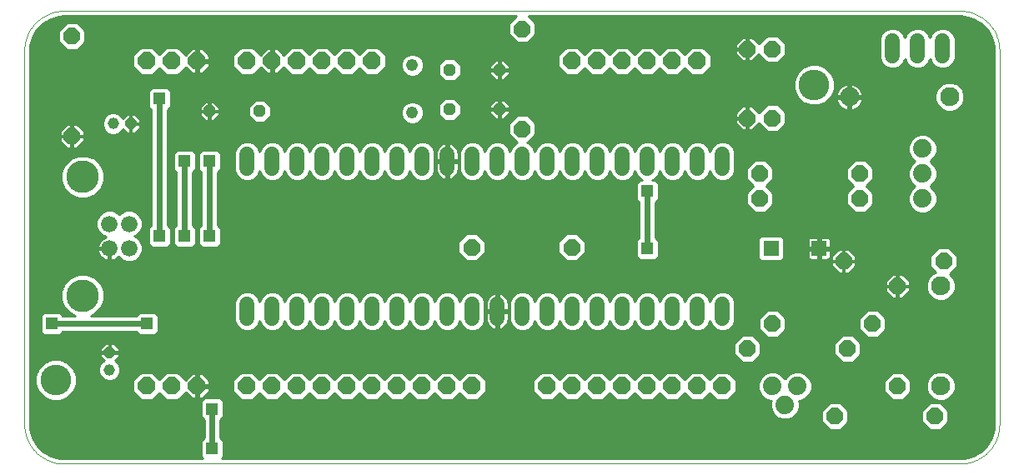
<source format=gtl>
G75*
%MOIN*%
%OFA0B0*%
%FSLAX25Y25*%
%IPPOS*%
%LPD*%
%AMOC8*
5,1,8,0,0,1.08239X$1,22.5*
%
%ADD10C,0.00000*%
%ADD11OC8,0.04600*%
%ADD12C,0.04600*%
%ADD13OC8,0.04800*%
%ADD14C,0.07600*%
%ADD15C,0.06000*%
%ADD16C,0.06600*%
%ADD17C,0.13000*%
%ADD18OC8,0.07000*%
%ADD19OC8,0.06600*%
%ADD20C,0.04800*%
%ADD21C,0.07400*%
%ADD22C,0.05850*%
%ADD23R,0.06000X0.06000*%
%ADD24R,0.04724X0.04724*%
%ADD25C,0.02400*%
%ADD26C,0.01000*%
%ADD27C,0.12268*%
D10*
X0032345Y0001500D02*
X0390613Y0001500D01*
X0390994Y0001505D01*
X0391374Y0001518D01*
X0391754Y0001541D01*
X0392133Y0001574D01*
X0392511Y0001615D01*
X0392888Y0001665D01*
X0393264Y0001725D01*
X0393639Y0001793D01*
X0394011Y0001871D01*
X0394382Y0001958D01*
X0394750Y0002053D01*
X0395116Y0002158D01*
X0395479Y0002271D01*
X0395840Y0002393D01*
X0396197Y0002523D01*
X0396551Y0002663D01*
X0396902Y0002810D01*
X0397249Y0002967D01*
X0397592Y0003131D01*
X0397931Y0003304D01*
X0398266Y0003485D01*
X0398597Y0003674D01*
X0398922Y0003871D01*
X0399243Y0004075D01*
X0399559Y0004288D01*
X0399869Y0004508D01*
X0400175Y0004735D01*
X0400474Y0004970D01*
X0400768Y0005212D01*
X0401056Y0005460D01*
X0401338Y0005716D01*
X0401613Y0005979D01*
X0401882Y0006248D01*
X0402145Y0006523D01*
X0402401Y0006805D01*
X0402649Y0007093D01*
X0402891Y0007387D01*
X0403126Y0007686D01*
X0403353Y0007992D01*
X0403573Y0008302D01*
X0403786Y0008618D01*
X0403990Y0008939D01*
X0404187Y0009264D01*
X0404376Y0009595D01*
X0404557Y0009930D01*
X0404730Y0010269D01*
X0404894Y0010612D01*
X0405051Y0010959D01*
X0405198Y0011310D01*
X0405338Y0011664D01*
X0405468Y0012021D01*
X0405590Y0012382D01*
X0405703Y0012745D01*
X0405808Y0013111D01*
X0405903Y0013479D01*
X0405990Y0013850D01*
X0406068Y0014222D01*
X0406136Y0014597D01*
X0406196Y0014973D01*
X0406246Y0015350D01*
X0406287Y0015728D01*
X0406320Y0016107D01*
X0406343Y0016487D01*
X0406356Y0016867D01*
X0406361Y0017248D01*
X0406361Y0166854D01*
X0406356Y0167235D01*
X0406343Y0167615D01*
X0406320Y0167995D01*
X0406287Y0168374D01*
X0406246Y0168752D01*
X0406196Y0169129D01*
X0406136Y0169505D01*
X0406068Y0169880D01*
X0405990Y0170252D01*
X0405903Y0170623D01*
X0405808Y0170991D01*
X0405703Y0171357D01*
X0405590Y0171720D01*
X0405468Y0172081D01*
X0405338Y0172438D01*
X0405198Y0172792D01*
X0405051Y0173143D01*
X0404894Y0173490D01*
X0404730Y0173833D01*
X0404557Y0174172D01*
X0404376Y0174507D01*
X0404187Y0174838D01*
X0403990Y0175163D01*
X0403786Y0175484D01*
X0403573Y0175800D01*
X0403353Y0176110D01*
X0403126Y0176416D01*
X0402891Y0176715D01*
X0402649Y0177009D01*
X0402401Y0177297D01*
X0402145Y0177579D01*
X0401882Y0177854D01*
X0401613Y0178123D01*
X0401338Y0178386D01*
X0401056Y0178642D01*
X0400768Y0178890D01*
X0400474Y0179132D01*
X0400175Y0179367D01*
X0399869Y0179594D01*
X0399559Y0179814D01*
X0399243Y0180027D01*
X0398922Y0180231D01*
X0398597Y0180428D01*
X0398266Y0180617D01*
X0397931Y0180798D01*
X0397592Y0180971D01*
X0397249Y0181135D01*
X0396902Y0181292D01*
X0396551Y0181439D01*
X0396197Y0181579D01*
X0395840Y0181709D01*
X0395479Y0181831D01*
X0395116Y0181944D01*
X0394750Y0182049D01*
X0394382Y0182144D01*
X0394011Y0182231D01*
X0393639Y0182309D01*
X0393264Y0182377D01*
X0392888Y0182437D01*
X0392511Y0182487D01*
X0392133Y0182528D01*
X0391754Y0182561D01*
X0391374Y0182584D01*
X0390994Y0182597D01*
X0390613Y0182602D01*
X0032345Y0182602D01*
X0031964Y0182597D01*
X0031584Y0182584D01*
X0031204Y0182561D01*
X0030825Y0182528D01*
X0030447Y0182487D01*
X0030070Y0182437D01*
X0029694Y0182377D01*
X0029319Y0182309D01*
X0028947Y0182231D01*
X0028576Y0182144D01*
X0028208Y0182049D01*
X0027842Y0181944D01*
X0027479Y0181831D01*
X0027118Y0181709D01*
X0026761Y0181579D01*
X0026407Y0181439D01*
X0026056Y0181292D01*
X0025709Y0181135D01*
X0025366Y0180971D01*
X0025027Y0180798D01*
X0024692Y0180617D01*
X0024361Y0180428D01*
X0024036Y0180231D01*
X0023715Y0180027D01*
X0023399Y0179814D01*
X0023089Y0179594D01*
X0022783Y0179367D01*
X0022484Y0179132D01*
X0022190Y0178890D01*
X0021902Y0178642D01*
X0021620Y0178386D01*
X0021345Y0178123D01*
X0021076Y0177854D01*
X0020813Y0177579D01*
X0020557Y0177297D01*
X0020309Y0177009D01*
X0020067Y0176715D01*
X0019832Y0176416D01*
X0019605Y0176110D01*
X0019385Y0175800D01*
X0019172Y0175484D01*
X0018968Y0175163D01*
X0018771Y0174838D01*
X0018582Y0174507D01*
X0018401Y0174172D01*
X0018228Y0173833D01*
X0018064Y0173490D01*
X0017907Y0173143D01*
X0017760Y0172792D01*
X0017620Y0172438D01*
X0017490Y0172081D01*
X0017368Y0171720D01*
X0017255Y0171357D01*
X0017150Y0170991D01*
X0017055Y0170623D01*
X0016968Y0170252D01*
X0016890Y0169880D01*
X0016822Y0169505D01*
X0016762Y0169129D01*
X0016712Y0168752D01*
X0016671Y0168374D01*
X0016638Y0167995D01*
X0016615Y0167615D01*
X0016602Y0167235D01*
X0016597Y0166854D01*
X0016597Y0017248D01*
X0016602Y0016867D01*
X0016615Y0016487D01*
X0016638Y0016107D01*
X0016671Y0015728D01*
X0016712Y0015350D01*
X0016762Y0014973D01*
X0016822Y0014597D01*
X0016890Y0014222D01*
X0016968Y0013850D01*
X0017055Y0013479D01*
X0017150Y0013111D01*
X0017255Y0012745D01*
X0017368Y0012382D01*
X0017490Y0012021D01*
X0017620Y0011664D01*
X0017760Y0011310D01*
X0017907Y0010959D01*
X0018064Y0010612D01*
X0018228Y0010269D01*
X0018401Y0009930D01*
X0018582Y0009595D01*
X0018771Y0009264D01*
X0018968Y0008939D01*
X0019172Y0008618D01*
X0019385Y0008302D01*
X0019605Y0007992D01*
X0019832Y0007686D01*
X0020067Y0007387D01*
X0020309Y0007093D01*
X0020557Y0006805D01*
X0020813Y0006523D01*
X0021076Y0006248D01*
X0021345Y0005979D01*
X0021620Y0005716D01*
X0021902Y0005460D01*
X0022190Y0005212D01*
X0022484Y0004970D01*
X0022783Y0004735D01*
X0023089Y0004508D01*
X0023399Y0004288D01*
X0023715Y0004075D01*
X0024036Y0003871D01*
X0024361Y0003674D01*
X0024692Y0003485D01*
X0025027Y0003304D01*
X0025366Y0003131D01*
X0025709Y0002967D01*
X0026056Y0002810D01*
X0026407Y0002663D01*
X0026761Y0002523D01*
X0027118Y0002393D01*
X0027479Y0002271D01*
X0027842Y0002158D01*
X0028208Y0002053D01*
X0028576Y0001958D01*
X0028947Y0001871D01*
X0029319Y0001793D01*
X0029694Y0001725D01*
X0030070Y0001665D01*
X0030447Y0001615D01*
X0030825Y0001574D01*
X0031204Y0001541D01*
X0031584Y0001518D01*
X0031964Y0001505D01*
X0032345Y0001500D01*
D11*
X0050613Y0045984D03*
X0059113Y0137484D03*
D12*
X0052113Y0137484D03*
X0050613Y0038984D03*
D13*
X0090613Y0142484D03*
X0110613Y0142484D03*
X0186518Y0143232D03*
X0206518Y0143232D03*
X0206518Y0158980D03*
X0186518Y0158980D03*
D14*
X0346361Y0148154D03*
X0386361Y0148154D03*
X0382935Y0072484D03*
X0382935Y0032484D03*
D15*
X0383644Y0164681D02*
X0383644Y0170681D01*
X0373644Y0170681D02*
X0373644Y0164681D01*
X0363644Y0164681D02*
X0363644Y0170681D01*
D16*
X0058413Y0097406D03*
X0050613Y0097406D03*
X0050613Y0087563D03*
X0058413Y0087563D03*
D17*
X0039913Y0068784D03*
X0039913Y0116184D03*
D18*
X0065613Y0162484D03*
X0075613Y0162484D03*
X0085613Y0162484D03*
X0105613Y0162484D03*
X0115613Y0162484D03*
X0125613Y0162484D03*
X0135613Y0162484D03*
X0145613Y0162484D03*
X0155613Y0162484D03*
X0235613Y0162484D03*
X0245613Y0162484D03*
X0255613Y0162484D03*
X0265613Y0162484D03*
X0275613Y0162484D03*
X0285613Y0162484D03*
X0285613Y0032484D03*
X0295613Y0032484D03*
X0275613Y0032484D03*
X0265613Y0032484D03*
X0255613Y0032484D03*
X0245613Y0032484D03*
X0235613Y0032484D03*
X0225613Y0032484D03*
X0195613Y0032484D03*
X0185613Y0032484D03*
X0175613Y0032484D03*
X0165613Y0032484D03*
X0155613Y0032484D03*
X0145613Y0032484D03*
X0135613Y0032484D03*
X0125613Y0032484D03*
X0115613Y0032484D03*
X0105613Y0032484D03*
X0085613Y0032484D03*
X0075613Y0032484D03*
X0065613Y0032484D03*
D19*
X0195416Y0088114D03*
X0235416Y0088114D03*
X0310613Y0107484D03*
X0310613Y0117484D03*
X0350613Y0117484D03*
X0350613Y0107484D03*
X0344038Y0082484D03*
X0365613Y0072484D03*
X0384038Y0082484D03*
X0355613Y0057484D03*
X0345613Y0047484D03*
X0315613Y0057484D03*
X0305613Y0047484D03*
X0340613Y0020516D03*
X0365613Y0032484D03*
X0380613Y0020516D03*
X0215613Y0135437D03*
X0215613Y0175437D03*
X0305613Y0167327D03*
X0315613Y0167327D03*
X0315613Y0139768D03*
X0305613Y0139768D03*
X0035613Y0132484D03*
X0035613Y0172484D03*
D20*
X0171597Y0160921D03*
X0171597Y0141921D03*
D21*
X0375613Y0127484D03*
X0375613Y0117484D03*
X0375613Y0107484D03*
X0325613Y0032484D03*
X0315613Y0032484D03*
X0320613Y0024984D03*
D22*
X0295613Y0059559D02*
X0295613Y0065409D01*
X0285613Y0065409D02*
X0285613Y0059559D01*
X0275613Y0059559D02*
X0275613Y0065409D01*
X0265613Y0065409D02*
X0265613Y0059559D01*
X0255613Y0059559D02*
X0255613Y0065409D01*
X0245613Y0065409D02*
X0245613Y0059559D01*
X0235613Y0059559D02*
X0235613Y0065409D01*
X0225613Y0065409D02*
X0225613Y0059559D01*
X0215613Y0059559D02*
X0215613Y0065409D01*
X0205613Y0065409D02*
X0205613Y0059559D01*
X0195613Y0059559D02*
X0195613Y0065409D01*
X0185613Y0065409D02*
X0185613Y0059559D01*
X0175613Y0059559D02*
X0175613Y0065409D01*
X0165613Y0065409D02*
X0165613Y0059559D01*
X0155613Y0059559D02*
X0155613Y0065409D01*
X0145613Y0065409D02*
X0145613Y0059559D01*
X0135613Y0059559D02*
X0135613Y0065409D01*
X0125613Y0065409D02*
X0125613Y0059559D01*
X0115613Y0059559D02*
X0115613Y0065409D01*
X0105613Y0065409D02*
X0105613Y0059559D01*
X0105613Y0119559D02*
X0105613Y0125409D01*
X0115613Y0125409D02*
X0115613Y0119559D01*
X0125613Y0119559D02*
X0125613Y0125409D01*
X0135613Y0125409D02*
X0135613Y0119559D01*
X0145613Y0119559D02*
X0145613Y0125409D01*
X0155613Y0125409D02*
X0155613Y0119559D01*
X0165613Y0119559D02*
X0165613Y0125409D01*
X0175613Y0125409D02*
X0175613Y0119559D01*
X0185613Y0119559D02*
X0185613Y0125409D01*
X0195613Y0125409D02*
X0195613Y0119559D01*
X0205613Y0119559D02*
X0205613Y0125409D01*
X0215613Y0125409D02*
X0215613Y0119559D01*
X0225613Y0119559D02*
X0225613Y0125409D01*
X0235613Y0125409D02*
X0235613Y0119559D01*
X0245613Y0119559D02*
X0245613Y0125409D01*
X0255613Y0125409D02*
X0255613Y0119559D01*
X0265613Y0119559D02*
X0265613Y0125409D01*
X0275613Y0125409D02*
X0275613Y0119559D01*
X0285613Y0119559D02*
X0285613Y0125409D01*
X0295613Y0125409D02*
X0295613Y0119559D01*
D23*
X0315047Y0087634D03*
X0334210Y0087634D03*
D24*
X0265613Y0087484D03*
X0265613Y0110516D03*
X0224628Y0142484D03*
X0224628Y0172484D03*
X0090613Y0122484D03*
X0080613Y0122484D03*
X0070613Y0147484D03*
X0070613Y0092484D03*
X0080613Y0092484D03*
X0090613Y0092484D03*
X0065613Y0057484D03*
X0027581Y0057484D03*
X0091676Y0023469D03*
X0091676Y0007484D03*
D25*
X0091676Y0023469D01*
X0065613Y0057484D02*
X0027581Y0057484D01*
X0070613Y0092484D02*
X0070613Y0147484D01*
X0080613Y0122484D02*
X0080613Y0092484D01*
X0090613Y0092484D02*
X0090613Y0122484D01*
X0224628Y0142484D02*
X0224628Y0172484D01*
X0265613Y0110516D02*
X0265613Y0087484D01*
D26*
X0021517Y0008940D02*
X0019736Y0012025D01*
X0018814Y0015467D01*
X0018697Y0017248D01*
X0018697Y0166854D01*
X0018814Y0168636D01*
X0019736Y0172077D01*
X0021517Y0175163D01*
X0024036Y0177682D01*
X0027122Y0179463D01*
X0030563Y0180386D01*
X0032345Y0180502D01*
X0213041Y0180502D01*
X0210213Y0177674D01*
X0210213Y0173200D01*
X0213376Y0170037D01*
X0217849Y0170037D01*
X0221013Y0173200D01*
X0221013Y0177674D01*
X0218184Y0180502D01*
X0390613Y0180502D01*
X0392394Y0180386D01*
X0395835Y0179463D01*
X0398921Y0177682D01*
X0401440Y0175163D01*
X0403222Y0172077D01*
X0404144Y0168636D01*
X0404261Y0166854D01*
X0404261Y0017248D01*
X0404144Y0015467D01*
X0403222Y0012025D01*
X0401440Y0008940D01*
X0398921Y0006420D01*
X0395835Y0004639D01*
X0392394Y0003717D01*
X0390613Y0003600D01*
X0095486Y0003600D01*
X0096138Y0004252D01*
X0096138Y0010716D01*
X0094976Y0011879D01*
X0094976Y0019074D01*
X0096138Y0020236D01*
X0096138Y0026701D01*
X0094908Y0027931D01*
X0088444Y0027931D01*
X0087213Y0026701D01*
X0087213Y0020236D01*
X0088376Y0019074D01*
X0088376Y0011879D01*
X0087213Y0010716D01*
X0087213Y0004252D01*
X0087866Y0003600D01*
X0032345Y0003600D01*
X0030563Y0003717D01*
X0027122Y0004639D01*
X0024036Y0006420D01*
X0021517Y0008940D01*
X0021201Y0009488D02*
X0087213Y0009488D01*
X0087213Y0008490D02*
X0021967Y0008490D01*
X0022966Y0007491D02*
X0087213Y0007491D01*
X0087213Y0006493D02*
X0023964Y0006493D01*
X0025641Y0005494D02*
X0087213Y0005494D01*
X0087213Y0004496D02*
X0027657Y0004496D01*
X0027122Y0004639D02*
X0027122Y0004639D01*
X0020624Y0010487D02*
X0087213Y0010487D01*
X0087982Y0011485D02*
X0020048Y0011485D01*
X0019613Y0012484D02*
X0088376Y0012484D01*
X0088376Y0013482D02*
X0019345Y0013482D01*
X0019078Y0014481D02*
X0088376Y0014481D01*
X0088376Y0015479D02*
X0018813Y0015479D01*
X0018747Y0016478D02*
X0088376Y0016478D01*
X0088376Y0017476D02*
X0018697Y0017476D01*
X0018697Y0018475D02*
X0088376Y0018475D01*
X0087977Y0019473D02*
X0018697Y0019473D01*
X0018697Y0020472D02*
X0087213Y0020472D01*
X0087213Y0021470D02*
X0018697Y0021470D01*
X0018697Y0022469D02*
X0087213Y0022469D01*
X0087213Y0023467D02*
X0018697Y0023467D01*
X0018697Y0024466D02*
X0087213Y0024466D01*
X0087213Y0025464D02*
X0018697Y0025464D01*
X0018697Y0026463D02*
X0087213Y0026463D01*
X0087684Y0027484D02*
X0090613Y0030413D01*
X0090613Y0031984D01*
X0086113Y0031984D01*
X0086113Y0032984D01*
X0090613Y0032984D01*
X0090613Y0034555D01*
X0087684Y0037484D01*
X0086113Y0037484D01*
X0086113Y0032984D01*
X0085113Y0032984D01*
X0085113Y0037484D01*
X0083542Y0037484D01*
X0081037Y0034980D01*
X0077932Y0038084D01*
X0073293Y0038084D01*
X0070613Y0035404D01*
X0067932Y0038084D01*
X0063293Y0038084D01*
X0060013Y0034804D01*
X0060013Y0030165D01*
X0063293Y0026884D01*
X0067932Y0026884D01*
X0070613Y0029565D01*
X0073293Y0026884D01*
X0077932Y0026884D01*
X0081037Y0029989D01*
X0083542Y0027484D01*
X0085113Y0027484D01*
X0085113Y0031984D01*
X0086113Y0031984D01*
X0086113Y0027484D01*
X0087684Y0027484D01*
X0087974Y0027461D02*
X0078509Y0027461D01*
X0079508Y0028460D02*
X0082566Y0028460D01*
X0081567Y0029458D02*
X0080506Y0029458D01*
X0085113Y0029458D02*
X0086113Y0029458D01*
X0086113Y0028460D02*
X0085113Y0028460D01*
X0085113Y0030457D02*
X0086113Y0030457D01*
X0086113Y0031455D02*
X0085113Y0031455D01*
X0086113Y0032454D02*
X0100013Y0032454D01*
X0100013Y0033452D02*
X0090613Y0033452D01*
X0090613Y0034451D02*
X0100013Y0034451D01*
X0100013Y0034804D02*
X0100013Y0030165D01*
X0103293Y0026884D01*
X0107932Y0026884D01*
X0110613Y0029565D01*
X0113293Y0026884D01*
X0117932Y0026884D01*
X0120613Y0029565D01*
X0123293Y0026884D01*
X0127932Y0026884D01*
X0130613Y0029565D01*
X0133293Y0026884D01*
X0137932Y0026884D01*
X0140613Y0029565D01*
X0143293Y0026884D01*
X0147932Y0026884D01*
X0150613Y0029565D01*
X0153293Y0026884D01*
X0157932Y0026884D01*
X0160613Y0029565D01*
X0163293Y0026884D01*
X0167932Y0026884D01*
X0170613Y0029565D01*
X0173293Y0026884D01*
X0177932Y0026884D01*
X0180613Y0029565D01*
X0183293Y0026884D01*
X0187932Y0026884D01*
X0190613Y0029565D01*
X0193293Y0026884D01*
X0197932Y0026884D01*
X0201213Y0030165D01*
X0201213Y0034804D01*
X0197932Y0038084D01*
X0193293Y0038084D01*
X0190613Y0035404D01*
X0187932Y0038084D01*
X0183293Y0038084D01*
X0180613Y0035404D01*
X0177932Y0038084D01*
X0173293Y0038084D01*
X0170613Y0035404D01*
X0167932Y0038084D01*
X0163293Y0038084D01*
X0160613Y0035404D01*
X0157932Y0038084D01*
X0153293Y0038084D01*
X0150613Y0035404D01*
X0147932Y0038084D01*
X0143293Y0038084D01*
X0140613Y0035404D01*
X0137932Y0038084D01*
X0133293Y0038084D01*
X0130613Y0035404D01*
X0127932Y0038084D01*
X0123293Y0038084D01*
X0120613Y0035404D01*
X0117932Y0038084D01*
X0113293Y0038084D01*
X0110613Y0035404D01*
X0107932Y0038084D01*
X0103293Y0038084D01*
X0100013Y0034804D01*
X0100658Y0035449D02*
X0089719Y0035449D01*
X0088720Y0036448D02*
X0101657Y0036448D01*
X0102655Y0037446D02*
X0087721Y0037446D01*
X0086113Y0037446D02*
X0085113Y0037446D01*
X0085113Y0036448D02*
X0086113Y0036448D01*
X0086113Y0035449D02*
X0085113Y0035449D01*
X0085113Y0034451D02*
X0086113Y0034451D01*
X0086113Y0033452D02*
X0085113Y0033452D01*
X0082505Y0036448D02*
X0079569Y0036448D01*
X0080567Y0035449D02*
X0081507Y0035449D01*
X0083504Y0037446D02*
X0078570Y0037446D01*
X0072655Y0037446D02*
X0068570Y0037446D01*
X0069569Y0036448D02*
X0071657Y0036448D01*
X0070658Y0035449D02*
X0070567Y0035449D01*
X0062655Y0037446D02*
X0054738Y0037446D01*
X0055013Y0038109D02*
X0055013Y0039859D01*
X0054343Y0041477D01*
X0053105Y0042714D01*
X0052830Y0042828D01*
X0054413Y0044410D01*
X0054413Y0045784D01*
X0050813Y0045784D01*
X0050813Y0046184D01*
X0054413Y0046184D01*
X0054413Y0047558D01*
X0052187Y0049784D01*
X0050813Y0049784D01*
X0050813Y0046184D01*
X0050413Y0046184D01*
X0050413Y0049784D01*
X0049039Y0049784D01*
X0046813Y0047558D01*
X0046813Y0046184D01*
X0050413Y0046184D01*
X0050413Y0045784D01*
X0046813Y0045784D01*
X0046813Y0044410D01*
X0048395Y0042828D01*
X0048120Y0042714D01*
X0046882Y0041477D01*
X0046213Y0039859D01*
X0046213Y0038109D01*
X0046882Y0036492D01*
X0048120Y0035254D01*
X0049737Y0034584D01*
X0051488Y0034584D01*
X0053105Y0035254D01*
X0054343Y0036492D01*
X0055013Y0038109D01*
X0055013Y0038445D02*
X0404261Y0038445D01*
X0404261Y0039443D02*
X0055013Y0039443D01*
X0054771Y0040442D02*
X0404261Y0040442D01*
X0404261Y0041440D02*
X0054358Y0041440D01*
X0053380Y0042439D02*
X0303021Y0042439D01*
X0303376Y0042084D02*
X0307849Y0042084D01*
X0311013Y0045248D01*
X0311013Y0049721D01*
X0307849Y0052884D01*
X0303376Y0052884D01*
X0300213Y0049721D01*
X0300213Y0045248D01*
X0303376Y0042084D01*
X0302023Y0043437D02*
X0053440Y0043437D01*
X0054413Y0044436D02*
X0301024Y0044436D01*
X0300213Y0045434D02*
X0054413Y0045434D01*
X0054413Y0046433D02*
X0300213Y0046433D01*
X0300213Y0047432D02*
X0054413Y0047432D01*
X0053541Y0048430D02*
X0300213Y0048430D01*
X0300213Y0049429D02*
X0052542Y0049429D01*
X0050813Y0049429D02*
X0050413Y0049429D01*
X0050413Y0048430D02*
X0050813Y0048430D01*
X0050813Y0047432D02*
X0050413Y0047432D01*
X0050413Y0046433D02*
X0050813Y0046433D01*
X0048683Y0049429D02*
X0018697Y0049429D01*
X0018697Y0050427D02*
X0300919Y0050427D01*
X0301917Y0051426D02*
X0018697Y0051426D01*
X0018697Y0052424D02*
X0302916Y0052424D01*
X0299873Y0056713D02*
X0298459Y0055299D01*
X0296612Y0054534D01*
X0294613Y0054534D01*
X0292766Y0055299D01*
X0291353Y0056713D01*
X0290613Y0058499D01*
X0289873Y0056713D01*
X0288459Y0055299D01*
X0286612Y0054534D01*
X0284613Y0054534D01*
X0282766Y0055299D01*
X0281353Y0056713D01*
X0280613Y0058499D01*
X0279873Y0056713D01*
X0278459Y0055299D01*
X0276612Y0054534D01*
X0274613Y0054534D01*
X0272766Y0055299D01*
X0271353Y0056713D01*
X0270613Y0058499D01*
X0269873Y0056713D01*
X0268459Y0055299D01*
X0266612Y0054534D01*
X0264613Y0054534D01*
X0262766Y0055299D01*
X0261353Y0056713D01*
X0260613Y0058499D01*
X0259873Y0056713D01*
X0258459Y0055299D01*
X0256612Y0054534D01*
X0254613Y0054534D01*
X0252766Y0055299D01*
X0251353Y0056713D01*
X0250613Y0058499D01*
X0249873Y0056713D01*
X0248459Y0055299D01*
X0246612Y0054534D01*
X0244613Y0054534D01*
X0242766Y0055299D01*
X0241353Y0056713D01*
X0240613Y0058499D01*
X0239873Y0056713D01*
X0238459Y0055299D01*
X0236612Y0054534D01*
X0234613Y0054534D01*
X0232766Y0055299D01*
X0231353Y0056713D01*
X0230613Y0058499D01*
X0229873Y0056713D01*
X0228459Y0055299D01*
X0226612Y0054534D01*
X0224613Y0054534D01*
X0222766Y0055299D01*
X0221353Y0056713D01*
X0220613Y0058499D01*
X0219873Y0056713D01*
X0218459Y0055299D01*
X0216612Y0054534D01*
X0214613Y0054534D01*
X0212766Y0055299D01*
X0211353Y0056713D01*
X0210588Y0058560D01*
X0210588Y0066409D01*
X0211353Y0068256D01*
X0212766Y0069669D01*
X0214613Y0070434D01*
X0216612Y0070434D01*
X0218459Y0069669D01*
X0219873Y0068256D01*
X0220613Y0066469D01*
X0221353Y0068256D01*
X0222766Y0069669D01*
X0224613Y0070434D01*
X0226612Y0070434D01*
X0228459Y0069669D01*
X0229873Y0068256D01*
X0230613Y0066469D01*
X0231353Y0068256D01*
X0232766Y0069669D01*
X0234613Y0070434D01*
X0236612Y0070434D01*
X0238459Y0069669D01*
X0239873Y0068256D01*
X0240613Y0066469D01*
X0241353Y0068256D01*
X0242766Y0069669D01*
X0244613Y0070434D01*
X0246612Y0070434D01*
X0248459Y0069669D01*
X0249873Y0068256D01*
X0250613Y0066469D01*
X0251353Y0068256D01*
X0252766Y0069669D01*
X0254613Y0070434D01*
X0256612Y0070434D01*
X0258459Y0069669D01*
X0259873Y0068256D01*
X0260613Y0066469D01*
X0261353Y0068256D01*
X0262766Y0069669D01*
X0264613Y0070434D01*
X0266612Y0070434D01*
X0268459Y0069669D01*
X0269873Y0068256D01*
X0270613Y0066469D01*
X0271353Y0068256D01*
X0272766Y0069669D01*
X0274613Y0070434D01*
X0276612Y0070434D01*
X0278459Y0069669D01*
X0279873Y0068256D01*
X0280613Y0066469D01*
X0281353Y0068256D01*
X0282766Y0069669D01*
X0284613Y0070434D01*
X0286612Y0070434D01*
X0288459Y0069669D01*
X0289873Y0068256D01*
X0290613Y0066469D01*
X0291353Y0068256D01*
X0292766Y0069669D01*
X0294613Y0070434D01*
X0296612Y0070434D01*
X0298459Y0069669D01*
X0299873Y0068256D01*
X0300638Y0066409D01*
X0300638Y0058560D01*
X0299873Y0056713D01*
X0299578Y0056418D02*
X0310213Y0056418D01*
X0310213Y0055420D02*
X0298579Y0055420D01*
X0300164Y0057417D02*
X0310213Y0057417D01*
X0310213Y0058415D02*
X0300578Y0058415D01*
X0300638Y0059414D02*
X0310213Y0059414D01*
X0310213Y0059721D02*
X0310213Y0055248D01*
X0313376Y0052084D01*
X0317849Y0052084D01*
X0321013Y0055248D01*
X0321013Y0059721D01*
X0317849Y0062884D01*
X0313376Y0062884D01*
X0310213Y0059721D01*
X0310904Y0060412D02*
X0300638Y0060412D01*
X0300638Y0061411D02*
X0311902Y0061411D01*
X0312901Y0062409D02*
X0300638Y0062409D01*
X0300638Y0063408D02*
X0404261Y0063408D01*
X0404261Y0064406D02*
X0300638Y0064406D01*
X0300638Y0065405D02*
X0404261Y0065405D01*
X0404261Y0066403D02*
X0300638Y0066403D01*
X0300226Y0067402D02*
X0379788Y0067402D01*
X0379593Y0067482D02*
X0381762Y0066584D01*
X0384109Y0066584D01*
X0386278Y0067482D01*
X0387937Y0069142D01*
X0388835Y0071311D01*
X0388835Y0073658D01*
X0387937Y0075826D01*
X0386477Y0077287D01*
X0389438Y0080248D01*
X0389438Y0084721D01*
X0386275Y0087884D01*
X0381801Y0087884D01*
X0378638Y0084721D01*
X0378638Y0080248D01*
X0380870Y0078015D01*
X0379593Y0077486D01*
X0377934Y0075826D01*
X0377035Y0073658D01*
X0377035Y0071311D01*
X0377934Y0069142D01*
X0379593Y0067482D01*
X0378676Y0068400D02*
X0368317Y0068400D01*
X0367601Y0067684D02*
X0370413Y0070496D01*
X0370413Y0072184D01*
X0365913Y0072184D01*
X0365913Y0072784D01*
X0370413Y0072784D01*
X0370413Y0074472D01*
X0367601Y0077284D01*
X0365913Y0077284D01*
X0365913Y0072784D01*
X0365313Y0072784D01*
X0365313Y0077284D01*
X0363624Y0077284D01*
X0360813Y0074472D01*
X0360813Y0072784D01*
X0365313Y0072784D01*
X0365313Y0072184D01*
X0365913Y0072184D01*
X0365913Y0067684D01*
X0367601Y0067684D01*
X0365913Y0068400D02*
X0365313Y0068400D01*
X0365313Y0067684D02*
X0365313Y0072184D01*
X0360813Y0072184D01*
X0360813Y0070496D01*
X0363624Y0067684D01*
X0365313Y0067684D01*
X0365313Y0069399D02*
X0365913Y0069399D01*
X0365913Y0070397D02*
X0365313Y0070397D01*
X0365313Y0071396D02*
X0365913Y0071396D01*
X0365913Y0072394D02*
X0377035Y0072394D01*
X0377035Y0071396D02*
X0370413Y0071396D01*
X0370314Y0070397D02*
X0377414Y0070397D01*
X0377827Y0069399D02*
X0369315Y0069399D01*
X0370413Y0073393D02*
X0377035Y0073393D01*
X0377339Y0074391D02*
X0370413Y0074391D01*
X0369495Y0075390D02*
X0377753Y0075390D01*
X0378496Y0076388D02*
X0368497Y0076388D01*
X0365913Y0076388D02*
X0365313Y0076388D01*
X0365313Y0075390D02*
X0365913Y0075390D01*
X0365913Y0074391D02*
X0365313Y0074391D01*
X0365313Y0073393D02*
X0365913Y0073393D01*
X0365313Y0072394D02*
X0047726Y0072394D01*
X0048139Y0071396D02*
X0360813Y0071396D01*
X0360911Y0070397D02*
X0296701Y0070397D01*
X0294524Y0070397D02*
X0286701Y0070397D01*
X0284524Y0070397D02*
X0276701Y0070397D01*
X0274524Y0070397D02*
X0266701Y0070397D01*
X0264524Y0070397D02*
X0256701Y0070397D01*
X0254524Y0070397D02*
X0246701Y0070397D01*
X0244524Y0070397D02*
X0236701Y0070397D01*
X0234524Y0070397D02*
X0226701Y0070397D01*
X0224524Y0070397D02*
X0216701Y0070397D01*
X0214524Y0070397D02*
X0196701Y0070397D01*
X0196612Y0070434D02*
X0198459Y0069669D01*
X0199873Y0068256D01*
X0200638Y0066409D01*
X0200638Y0058560D01*
X0199873Y0056713D01*
X0198459Y0055299D01*
X0196612Y0054534D01*
X0194613Y0054534D01*
X0192766Y0055299D01*
X0191353Y0056713D01*
X0190613Y0058499D01*
X0189873Y0056713D01*
X0188459Y0055299D01*
X0186612Y0054534D01*
X0184613Y0054534D01*
X0182766Y0055299D01*
X0181353Y0056713D01*
X0180613Y0058499D01*
X0179873Y0056713D01*
X0178459Y0055299D01*
X0176612Y0054534D01*
X0174613Y0054534D01*
X0172766Y0055299D01*
X0171353Y0056713D01*
X0170613Y0058499D01*
X0169873Y0056713D01*
X0168459Y0055299D01*
X0166612Y0054534D01*
X0164613Y0054534D01*
X0162766Y0055299D01*
X0161353Y0056713D01*
X0160613Y0058499D01*
X0159873Y0056713D01*
X0158459Y0055299D01*
X0156612Y0054534D01*
X0154613Y0054534D01*
X0152766Y0055299D01*
X0151353Y0056713D01*
X0150613Y0058499D01*
X0149873Y0056713D01*
X0148459Y0055299D01*
X0146612Y0054534D01*
X0144613Y0054534D01*
X0142766Y0055299D01*
X0141353Y0056713D01*
X0140613Y0058499D01*
X0139873Y0056713D01*
X0138459Y0055299D01*
X0136612Y0054534D01*
X0134613Y0054534D01*
X0132766Y0055299D01*
X0131353Y0056713D01*
X0130613Y0058499D01*
X0129873Y0056713D01*
X0128459Y0055299D01*
X0126612Y0054534D01*
X0124613Y0054534D01*
X0122766Y0055299D01*
X0121353Y0056713D01*
X0120613Y0058499D01*
X0119873Y0056713D01*
X0118459Y0055299D01*
X0116612Y0054534D01*
X0114613Y0054534D01*
X0112766Y0055299D01*
X0111353Y0056713D01*
X0110613Y0058499D01*
X0109873Y0056713D01*
X0108459Y0055299D01*
X0106612Y0054534D01*
X0104613Y0054534D01*
X0102766Y0055299D01*
X0101353Y0056713D01*
X0100588Y0058560D01*
X0100588Y0066409D01*
X0101353Y0068256D01*
X0102766Y0069669D01*
X0104613Y0070434D01*
X0106612Y0070434D01*
X0108459Y0069669D01*
X0109873Y0068256D01*
X0110613Y0066469D01*
X0111353Y0068256D01*
X0112766Y0069669D01*
X0114613Y0070434D01*
X0116612Y0070434D01*
X0118459Y0069669D01*
X0119873Y0068256D01*
X0120613Y0066469D01*
X0121353Y0068256D01*
X0122766Y0069669D01*
X0124613Y0070434D01*
X0126612Y0070434D01*
X0128459Y0069669D01*
X0129873Y0068256D01*
X0130613Y0066469D01*
X0131353Y0068256D01*
X0132766Y0069669D01*
X0134613Y0070434D01*
X0136612Y0070434D01*
X0138459Y0069669D01*
X0139873Y0068256D01*
X0140613Y0066469D01*
X0141353Y0068256D01*
X0142766Y0069669D01*
X0144613Y0070434D01*
X0146612Y0070434D01*
X0148459Y0069669D01*
X0149873Y0068256D01*
X0150613Y0066469D01*
X0151353Y0068256D01*
X0152766Y0069669D01*
X0154613Y0070434D01*
X0156612Y0070434D01*
X0158459Y0069669D01*
X0159873Y0068256D01*
X0160613Y0066469D01*
X0161353Y0068256D01*
X0162766Y0069669D01*
X0164613Y0070434D01*
X0166612Y0070434D01*
X0168459Y0069669D01*
X0169873Y0068256D01*
X0170613Y0066469D01*
X0171353Y0068256D01*
X0172766Y0069669D01*
X0174613Y0070434D01*
X0176612Y0070434D01*
X0178459Y0069669D01*
X0179873Y0068256D01*
X0180613Y0066469D01*
X0181353Y0068256D01*
X0182766Y0069669D01*
X0184613Y0070434D01*
X0186612Y0070434D01*
X0188459Y0069669D01*
X0189873Y0068256D01*
X0190613Y0066469D01*
X0191353Y0068256D01*
X0192766Y0069669D01*
X0194613Y0070434D01*
X0196612Y0070434D01*
X0194524Y0070397D02*
X0186701Y0070397D01*
X0184524Y0070397D02*
X0176701Y0070397D01*
X0174524Y0070397D02*
X0166701Y0070397D01*
X0164524Y0070397D02*
X0156701Y0070397D01*
X0154524Y0070397D02*
X0146701Y0070397D01*
X0144524Y0070397D02*
X0136701Y0070397D01*
X0134524Y0070397D02*
X0126701Y0070397D01*
X0124524Y0070397D02*
X0116701Y0070397D01*
X0114524Y0070397D02*
X0106701Y0070397D01*
X0104524Y0070397D02*
X0048513Y0070397D01*
X0048513Y0070495D02*
X0048513Y0067074D01*
X0047203Y0063913D01*
X0044784Y0061494D01*
X0043072Y0060784D01*
X0061218Y0060784D01*
X0062381Y0061946D01*
X0068845Y0061946D01*
X0070075Y0060716D01*
X0070075Y0054252D01*
X0068845Y0053022D01*
X0062381Y0053022D01*
X0061218Y0054184D01*
X0031975Y0054184D01*
X0030813Y0053022D01*
X0024349Y0053022D01*
X0023119Y0054252D01*
X0023119Y0060716D01*
X0024349Y0061946D01*
X0030813Y0061946D01*
X0031975Y0060784D01*
X0036753Y0060784D01*
X0035041Y0061494D01*
X0032622Y0063913D01*
X0031313Y0067074D01*
X0031313Y0070495D01*
X0032622Y0073656D01*
X0035041Y0076075D01*
X0038202Y0077384D01*
X0041623Y0077384D01*
X0044784Y0076075D01*
X0047203Y0073656D01*
X0048513Y0070495D01*
X0048513Y0069399D02*
X0102496Y0069399D01*
X0101497Y0068400D02*
X0048513Y0068400D01*
X0048513Y0067402D02*
X0100999Y0067402D01*
X0100588Y0066403D02*
X0048235Y0066403D01*
X0047821Y0065405D02*
X0100588Y0065405D01*
X0100588Y0064406D02*
X0047408Y0064406D01*
X0046698Y0063408D02*
X0100588Y0063408D01*
X0100588Y0062409D02*
X0045700Y0062409D01*
X0044584Y0061411D02*
X0061845Y0061411D01*
X0069380Y0061411D02*
X0100588Y0061411D01*
X0100588Y0060412D02*
X0070075Y0060412D01*
X0070075Y0059414D02*
X0100588Y0059414D01*
X0100647Y0058415D02*
X0070075Y0058415D01*
X0070075Y0057417D02*
X0101061Y0057417D01*
X0101647Y0056418D02*
X0070075Y0056418D01*
X0070075Y0055420D02*
X0102646Y0055420D01*
X0108579Y0055420D02*
X0112646Y0055420D01*
X0111647Y0056418D02*
X0109578Y0056418D01*
X0110164Y0057417D02*
X0111061Y0057417D01*
X0110647Y0058415D02*
X0110578Y0058415D01*
X0118579Y0055420D02*
X0122646Y0055420D01*
X0121647Y0056418D02*
X0119578Y0056418D01*
X0120164Y0057417D02*
X0121061Y0057417D01*
X0120647Y0058415D02*
X0120578Y0058415D01*
X0128579Y0055420D02*
X0132646Y0055420D01*
X0131647Y0056418D02*
X0129578Y0056418D01*
X0130164Y0057417D02*
X0131061Y0057417D01*
X0130647Y0058415D02*
X0130578Y0058415D01*
X0138579Y0055420D02*
X0142646Y0055420D01*
X0141647Y0056418D02*
X0139578Y0056418D01*
X0140164Y0057417D02*
X0141061Y0057417D01*
X0140647Y0058415D02*
X0140578Y0058415D01*
X0148579Y0055420D02*
X0152646Y0055420D01*
X0151647Y0056418D02*
X0149578Y0056418D01*
X0150164Y0057417D02*
X0151061Y0057417D01*
X0150647Y0058415D02*
X0150578Y0058415D01*
X0158579Y0055420D02*
X0162646Y0055420D01*
X0161647Y0056418D02*
X0159578Y0056418D01*
X0160164Y0057417D02*
X0161061Y0057417D01*
X0160647Y0058415D02*
X0160578Y0058415D01*
X0168579Y0055420D02*
X0172646Y0055420D01*
X0171647Y0056418D02*
X0169578Y0056418D01*
X0170164Y0057417D02*
X0171061Y0057417D01*
X0170647Y0058415D02*
X0170578Y0058415D01*
X0178579Y0055420D02*
X0182646Y0055420D01*
X0181647Y0056418D02*
X0179578Y0056418D01*
X0180164Y0057417D02*
X0181061Y0057417D01*
X0180647Y0058415D02*
X0180578Y0058415D01*
X0188579Y0055420D02*
X0192646Y0055420D01*
X0191647Y0056418D02*
X0189578Y0056418D01*
X0190164Y0057417D02*
X0191061Y0057417D01*
X0190647Y0058415D02*
X0190578Y0058415D01*
X0198579Y0055420D02*
X0204033Y0055420D01*
X0203914Y0055458D02*
X0204576Y0055243D01*
X0205138Y0055154D01*
X0205138Y0062009D01*
X0206088Y0062009D01*
X0206088Y0062959D01*
X0210038Y0062959D01*
X0210038Y0065758D01*
X0209929Y0066445D01*
X0209713Y0067108D01*
X0209397Y0067728D01*
X0208988Y0068292D01*
X0208495Y0068784D01*
X0207932Y0069194D01*
X0207311Y0069510D01*
X0206649Y0069725D01*
X0206088Y0069814D01*
X0206088Y0062959D01*
X0205138Y0062959D01*
X0205138Y0069814D01*
X0204576Y0069725D01*
X0203914Y0069510D01*
X0203293Y0069194D01*
X0202730Y0068784D01*
X0202237Y0068292D01*
X0201828Y0067728D01*
X0201512Y0067108D01*
X0201297Y0066445D01*
X0201188Y0065758D01*
X0201188Y0062959D01*
X0205138Y0062959D01*
X0205138Y0062009D01*
X0201188Y0062009D01*
X0201188Y0059211D01*
X0201297Y0058523D01*
X0201512Y0057861D01*
X0201828Y0057240D01*
X0202237Y0056677D01*
X0202730Y0056184D01*
X0203293Y0055775D01*
X0203914Y0055458D01*
X0205138Y0055420D02*
X0206088Y0055420D01*
X0206088Y0055154D02*
X0206649Y0055243D01*
X0207311Y0055458D01*
X0207932Y0055775D01*
X0208495Y0056184D01*
X0208988Y0056677D01*
X0209397Y0057240D01*
X0209713Y0057861D01*
X0209929Y0058523D01*
X0210038Y0059211D01*
X0210038Y0062009D01*
X0206088Y0062009D01*
X0206088Y0055154D01*
X0207192Y0055420D02*
X0212646Y0055420D01*
X0211647Y0056418D02*
X0208729Y0056418D01*
X0209487Y0057417D02*
X0211061Y0057417D01*
X0210647Y0058415D02*
X0209894Y0058415D01*
X0210038Y0059414D02*
X0210588Y0059414D01*
X0210588Y0060412D02*
X0210038Y0060412D01*
X0210038Y0061411D02*
X0210588Y0061411D01*
X0210588Y0062409D02*
X0206088Y0062409D01*
X0205138Y0062409D02*
X0200638Y0062409D01*
X0200638Y0061411D02*
X0201188Y0061411D01*
X0201188Y0060412D02*
X0200638Y0060412D01*
X0200638Y0059414D02*
X0201188Y0059414D01*
X0201332Y0058415D02*
X0200578Y0058415D01*
X0200164Y0057417D02*
X0201738Y0057417D01*
X0202496Y0056418D02*
X0199578Y0056418D01*
X0205138Y0056418D02*
X0206088Y0056418D01*
X0206088Y0057417D02*
X0205138Y0057417D01*
X0205138Y0058415D02*
X0206088Y0058415D01*
X0206088Y0059414D02*
X0205138Y0059414D01*
X0205138Y0060412D02*
X0206088Y0060412D01*
X0206088Y0061411D02*
X0205138Y0061411D01*
X0205138Y0063408D02*
X0206088Y0063408D01*
X0206088Y0064406D02*
X0205138Y0064406D01*
X0205138Y0065405D02*
X0206088Y0065405D01*
X0206088Y0066403D02*
X0205138Y0066403D01*
X0205138Y0067402D02*
X0206088Y0067402D01*
X0206088Y0068400D02*
X0205138Y0068400D01*
X0205138Y0069399D02*
X0206088Y0069399D01*
X0207530Y0069399D02*
X0212496Y0069399D01*
X0211497Y0068400D02*
X0208879Y0068400D01*
X0209564Y0067402D02*
X0210999Y0067402D01*
X0210588Y0066403D02*
X0209935Y0066403D01*
X0210038Y0065405D02*
X0210588Y0065405D01*
X0210588Y0064406D02*
X0210038Y0064406D01*
X0210038Y0063408D02*
X0210588Y0063408D01*
X0201188Y0063408D02*
X0200638Y0063408D01*
X0200638Y0064406D02*
X0201188Y0064406D01*
X0201188Y0065405D02*
X0200638Y0065405D01*
X0200638Y0066403D02*
X0201290Y0066403D01*
X0201662Y0067402D02*
X0200226Y0067402D01*
X0199728Y0068400D02*
X0202346Y0068400D01*
X0203696Y0069399D02*
X0198729Y0069399D01*
X0192496Y0069399D02*
X0188729Y0069399D01*
X0189728Y0068400D02*
X0191497Y0068400D01*
X0190999Y0067402D02*
X0190226Y0067402D01*
X0182496Y0069399D02*
X0178729Y0069399D01*
X0179728Y0068400D02*
X0181497Y0068400D01*
X0180999Y0067402D02*
X0180226Y0067402D01*
X0172496Y0069399D02*
X0168729Y0069399D01*
X0169728Y0068400D02*
X0171497Y0068400D01*
X0170999Y0067402D02*
X0170226Y0067402D01*
X0162496Y0069399D02*
X0158729Y0069399D01*
X0159728Y0068400D02*
X0161497Y0068400D01*
X0160999Y0067402D02*
X0160226Y0067402D01*
X0152496Y0069399D02*
X0148729Y0069399D01*
X0149728Y0068400D02*
X0151497Y0068400D01*
X0150999Y0067402D02*
X0150226Y0067402D01*
X0142496Y0069399D02*
X0138729Y0069399D01*
X0139728Y0068400D02*
X0141497Y0068400D01*
X0140999Y0067402D02*
X0140226Y0067402D01*
X0132496Y0069399D02*
X0128729Y0069399D01*
X0129728Y0068400D02*
X0131497Y0068400D01*
X0130999Y0067402D02*
X0130226Y0067402D01*
X0122496Y0069399D02*
X0118729Y0069399D01*
X0119728Y0068400D02*
X0121497Y0068400D01*
X0120999Y0067402D02*
X0120226Y0067402D01*
X0112496Y0069399D02*
X0108729Y0069399D01*
X0109728Y0068400D02*
X0111497Y0068400D01*
X0110999Y0067402D02*
X0110226Y0067402D01*
X0070075Y0054421D02*
X0311039Y0054421D01*
X0312038Y0053423D02*
X0069245Y0053423D01*
X0061980Y0053423D02*
X0031214Y0053423D01*
X0023948Y0053423D02*
X0018697Y0053423D01*
X0018697Y0054421D02*
X0023119Y0054421D01*
X0023119Y0055420D02*
X0018697Y0055420D01*
X0018697Y0056418D02*
X0023119Y0056418D01*
X0023119Y0057417D02*
X0018697Y0057417D01*
X0018697Y0058415D02*
X0023119Y0058415D01*
X0023119Y0059414D02*
X0018697Y0059414D01*
X0018697Y0060412D02*
X0023119Y0060412D01*
X0023813Y0061411D02*
X0018697Y0061411D01*
X0018697Y0062409D02*
X0034125Y0062409D01*
X0033127Y0063408D02*
X0018697Y0063408D01*
X0018697Y0064406D02*
X0032417Y0064406D01*
X0032004Y0065405D02*
X0018697Y0065405D01*
X0018697Y0066403D02*
X0031590Y0066403D01*
X0031313Y0067402D02*
X0018697Y0067402D01*
X0018697Y0068400D02*
X0031313Y0068400D01*
X0031313Y0069399D02*
X0018697Y0069399D01*
X0018697Y0070397D02*
X0031313Y0070397D01*
X0031686Y0071396D02*
X0018697Y0071396D01*
X0018697Y0072394D02*
X0032099Y0072394D01*
X0032513Y0073393D02*
X0018697Y0073393D01*
X0018697Y0074391D02*
X0033357Y0074391D01*
X0034356Y0075390D02*
X0018697Y0075390D01*
X0018697Y0076388D02*
X0035798Y0076388D01*
X0044028Y0076388D02*
X0362728Y0076388D01*
X0361730Y0075390D02*
X0045469Y0075390D01*
X0046468Y0074391D02*
X0360813Y0074391D01*
X0360813Y0073393D02*
X0047312Y0073393D01*
X0049489Y0082881D02*
X0048770Y0083115D01*
X0048097Y0083458D01*
X0047486Y0083902D01*
X0046951Y0084436D01*
X0046507Y0085047D01*
X0046164Y0085720D01*
X0045931Y0086439D01*
X0045816Y0087163D01*
X0050213Y0087163D01*
X0051013Y0087163D01*
X0051013Y0082767D01*
X0051737Y0082881D01*
X0052455Y0083115D01*
X0053128Y0083458D01*
X0053740Y0083902D01*
X0054088Y0084251D01*
X0055354Y0082985D01*
X0057338Y0082163D01*
X0059487Y0082163D01*
X0061471Y0082985D01*
X0062990Y0084504D01*
X0063813Y0086489D01*
X0063813Y0088637D01*
X0062990Y0090622D01*
X0061471Y0092141D01*
X0060642Y0092484D01*
X0061471Y0092828D01*
X0062990Y0094347D01*
X0063813Y0096331D01*
X0063813Y0098480D01*
X0062990Y0100464D01*
X0061471Y0101983D01*
X0059487Y0102805D01*
X0057338Y0102805D01*
X0055354Y0101983D01*
X0054513Y0101142D01*
X0053671Y0101983D01*
X0051687Y0102805D01*
X0049538Y0102805D01*
X0047554Y0101983D01*
X0046035Y0100464D01*
X0045213Y0098480D01*
X0045213Y0096331D01*
X0046035Y0094347D01*
X0047554Y0092828D01*
X0049193Y0092149D01*
X0048770Y0092011D01*
X0048097Y0091668D01*
X0047486Y0091224D01*
X0046951Y0090690D01*
X0046507Y0090079D01*
X0046164Y0089406D01*
X0045931Y0088687D01*
X0045816Y0087963D01*
X0050213Y0087963D01*
X0050213Y0087163D01*
X0050213Y0082767D01*
X0049489Y0082881D01*
X0050213Y0083378D02*
X0051013Y0083378D01*
X0051013Y0084376D02*
X0050213Y0084376D01*
X0050213Y0085375D02*
X0051013Y0085375D01*
X0051013Y0086373D02*
X0050213Y0086373D01*
X0050213Y0087372D02*
X0018697Y0087372D01*
X0018697Y0088370D02*
X0045881Y0088370D01*
X0046152Y0089369D02*
X0018697Y0089369D01*
X0018697Y0090368D02*
X0046717Y0090368D01*
X0047681Y0091366D02*
X0018697Y0091366D01*
X0018697Y0092365D02*
X0048672Y0092365D01*
X0047018Y0093363D02*
X0018697Y0093363D01*
X0018697Y0094362D02*
X0046029Y0094362D01*
X0045615Y0095360D02*
X0018697Y0095360D01*
X0018697Y0096359D02*
X0045213Y0096359D01*
X0045213Y0097357D02*
X0018697Y0097357D01*
X0018697Y0098356D02*
X0045213Y0098356D01*
X0045575Y0099354D02*
X0018697Y0099354D01*
X0018697Y0100353D02*
X0045988Y0100353D01*
X0046921Y0101351D02*
X0018697Y0101351D01*
X0018697Y0102350D02*
X0048438Y0102350D01*
X0052787Y0102350D02*
X0056238Y0102350D01*
X0054721Y0101351D02*
X0054304Y0101351D01*
X0060587Y0102350D02*
X0067313Y0102350D01*
X0067313Y0103348D02*
X0018697Y0103348D01*
X0018697Y0104347D02*
X0067313Y0104347D01*
X0067313Y0105345D02*
X0018697Y0105345D01*
X0018697Y0106344D02*
X0067313Y0106344D01*
X0067313Y0107342D02*
X0018697Y0107342D01*
X0018697Y0108341D02*
X0036376Y0108341D01*
X0035041Y0108894D02*
X0038202Y0107584D01*
X0041623Y0107584D01*
X0044784Y0108894D01*
X0047203Y0111313D01*
X0048513Y0114474D01*
X0048513Y0117895D01*
X0047203Y0121056D01*
X0044784Y0123475D01*
X0041623Y0124784D01*
X0038202Y0124784D01*
X0035041Y0123475D01*
X0032622Y0121056D01*
X0031313Y0117895D01*
X0031313Y0114474D01*
X0032622Y0111313D01*
X0035041Y0108894D01*
X0034595Y0109339D02*
X0018697Y0109339D01*
X0018697Y0110338D02*
X0033597Y0110338D01*
X0032612Y0111336D02*
X0018697Y0111336D01*
X0018697Y0112335D02*
X0032199Y0112335D01*
X0031785Y0113333D02*
X0018697Y0113333D01*
X0018697Y0114332D02*
X0031371Y0114332D01*
X0031313Y0115330D02*
X0018697Y0115330D01*
X0018697Y0116329D02*
X0031313Y0116329D01*
X0031313Y0117327D02*
X0018697Y0117327D01*
X0018697Y0118326D02*
X0031491Y0118326D01*
X0031905Y0119324D02*
X0018697Y0119324D01*
X0018697Y0120323D02*
X0032318Y0120323D01*
X0032887Y0121321D02*
X0018697Y0121321D01*
X0018697Y0122320D02*
X0033886Y0122320D01*
X0034884Y0123318D02*
X0018697Y0123318D01*
X0018697Y0124317D02*
X0037074Y0124317D01*
X0037601Y0127684D02*
X0035913Y0127684D01*
X0035913Y0132184D01*
X0035913Y0132784D01*
X0040413Y0132784D01*
X0040413Y0134472D01*
X0037601Y0137284D01*
X0035913Y0137284D01*
X0035913Y0132784D01*
X0035313Y0132784D01*
X0035313Y0137284D01*
X0033624Y0137284D01*
X0030813Y0134472D01*
X0030813Y0132784D01*
X0035313Y0132784D01*
X0035313Y0132184D01*
X0035913Y0132184D01*
X0040413Y0132184D01*
X0040413Y0130496D01*
X0037601Y0127684D01*
X0038227Y0128311D02*
X0067313Y0128311D01*
X0067313Y0129309D02*
X0039226Y0129309D01*
X0040225Y0130308D02*
X0067313Y0130308D01*
X0067313Y0131306D02*
X0040413Y0131306D01*
X0040413Y0133303D02*
X0050708Y0133303D01*
X0051237Y0133084D02*
X0052988Y0133084D01*
X0054605Y0133754D01*
X0055843Y0134992D01*
X0055956Y0135266D01*
X0057539Y0133684D01*
X0058913Y0133684D01*
X0058913Y0137284D01*
X0059313Y0137284D01*
X0059313Y0137684D01*
X0062913Y0137684D01*
X0062913Y0139058D01*
X0060687Y0141284D01*
X0059313Y0141284D01*
X0059313Y0137684D01*
X0058913Y0137684D01*
X0058913Y0141284D01*
X0057539Y0141284D01*
X0055956Y0139702D01*
X0055843Y0139977D01*
X0054605Y0141214D01*
X0052988Y0141884D01*
X0051237Y0141884D01*
X0049620Y0141214D01*
X0048382Y0139977D01*
X0047713Y0138359D01*
X0047713Y0136609D01*
X0048382Y0134992D01*
X0049620Y0133754D01*
X0051237Y0133084D01*
X0053517Y0133303D02*
X0067313Y0133303D01*
X0067313Y0132305D02*
X0035913Y0132305D01*
X0035313Y0132305D02*
X0018697Y0132305D01*
X0018697Y0133303D02*
X0030813Y0133303D01*
X0030813Y0134302D02*
X0018697Y0134302D01*
X0018697Y0135301D02*
X0031641Y0135301D01*
X0032639Y0136299D02*
X0018697Y0136299D01*
X0018697Y0137298D02*
X0047713Y0137298D01*
X0047713Y0138296D02*
X0018697Y0138296D01*
X0018697Y0139295D02*
X0048100Y0139295D01*
X0048699Y0140293D02*
X0018697Y0140293D01*
X0018697Y0141292D02*
X0049807Y0141292D01*
X0054419Y0141292D02*
X0067313Y0141292D01*
X0067313Y0142290D02*
X0018697Y0142290D01*
X0018697Y0143289D02*
X0067114Y0143289D01*
X0067313Y0143090D02*
X0067313Y0096879D01*
X0066150Y0095716D01*
X0066150Y0089252D01*
X0067381Y0088022D01*
X0073845Y0088022D01*
X0075075Y0089252D01*
X0075075Y0095716D01*
X0073913Y0096879D01*
X0073913Y0143090D01*
X0075075Y0144252D01*
X0075075Y0150716D01*
X0073845Y0151946D01*
X0067381Y0151946D01*
X0066150Y0150716D01*
X0066150Y0144252D01*
X0067313Y0143090D01*
X0066150Y0144287D02*
X0018697Y0144287D01*
X0018697Y0145286D02*
X0066150Y0145286D01*
X0066150Y0146284D02*
X0018697Y0146284D01*
X0018697Y0147283D02*
X0066150Y0147283D01*
X0066150Y0148281D02*
X0018697Y0148281D01*
X0018697Y0149280D02*
X0066150Y0149280D01*
X0066150Y0150278D02*
X0018697Y0150278D01*
X0018697Y0151277D02*
X0066711Y0151277D01*
X0074514Y0151277D02*
X0324177Y0151277D01*
X0324111Y0151437D02*
X0325365Y0148411D01*
X0327681Y0146094D01*
X0330707Y0144841D01*
X0333983Y0144841D01*
X0337009Y0146094D01*
X0339325Y0148411D01*
X0340579Y0151437D01*
X0340579Y0154713D01*
X0339325Y0157739D01*
X0337009Y0160055D01*
X0333983Y0161309D01*
X0330707Y0161309D01*
X0327681Y0160055D01*
X0325365Y0157739D01*
X0324111Y0154713D01*
X0324111Y0151437D01*
X0324111Y0152275D02*
X0018697Y0152275D01*
X0018697Y0153274D02*
X0324111Y0153274D01*
X0324111Y0154272D02*
X0018697Y0154272D01*
X0018697Y0155271D02*
X0183864Y0155271D01*
X0184654Y0154480D02*
X0188382Y0154480D01*
X0191018Y0157116D01*
X0191018Y0160844D01*
X0188382Y0163480D01*
X0184654Y0163480D01*
X0182018Y0160844D01*
X0182018Y0157116D01*
X0184654Y0154480D01*
X0182865Y0156269D02*
X0018697Y0156269D01*
X0018697Y0157268D02*
X0062909Y0157268D01*
X0063293Y0156884D02*
X0067932Y0156884D01*
X0070613Y0159565D01*
X0073293Y0156884D01*
X0077932Y0156884D01*
X0081037Y0159989D01*
X0083542Y0157484D01*
X0085113Y0157484D01*
X0085113Y0161984D01*
X0086113Y0161984D01*
X0086113Y0162984D01*
X0090613Y0162984D01*
X0090613Y0164555D01*
X0087684Y0167484D01*
X0086113Y0167484D01*
X0086113Y0162984D01*
X0085113Y0162984D01*
X0085113Y0167484D01*
X0083542Y0167484D01*
X0081037Y0164980D01*
X0077932Y0168084D01*
X0073293Y0168084D01*
X0070613Y0165404D01*
X0067932Y0168084D01*
X0063293Y0168084D01*
X0060013Y0164804D01*
X0060013Y0160165D01*
X0063293Y0156884D01*
X0061911Y0158266D02*
X0018697Y0158266D01*
X0018697Y0159265D02*
X0060912Y0159265D01*
X0060013Y0160263D02*
X0018697Y0160263D01*
X0018697Y0161262D02*
X0060013Y0161262D01*
X0060013Y0162260D02*
X0018697Y0162260D01*
X0018697Y0163259D02*
X0060013Y0163259D01*
X0060013Y0164257D02*
X0018697Y0164257D01*
X0018697Y0165256D02*
X0060465Y0165256D01*
X0061463Y0166254D02*
X0018697Y0166254D01*
X0018723Y0167253D02*
X0033207Y0167253D01*
X0033376Y0167084D02*
X0037849Y0167084D01*
X0041013Y0170248D01*
X0213164Y0170248D01*
X0212166Y0171247D02*
X0041013Y0171247D01*
X0041013Y0172245D02*
X0211167Y0172245D01*
X0210213Y0173244D02*
X0041013Y0173244D01*
X0041013Y0174242D02*
X0210213Y0174242D01*
X0210213Y0175241D02*
X0040493Y0175241D01*
X0041013Y0174721D02*
X0037849Y0177884D01*
X0033376Y0177884D01*
X0030213Y0174721D01*
X0030213Y0170248D01*
X0019246Y0170248D01*
X0018978Y0169250D02*
X0031210Y0169250D01*
X0030213Y0170248D02*
X0033376Y0167084D01*
X0032209Y0168251D02*
X0018788Y0168251D01*
X0019513Y0171247D02*
X0030213Y0171247D01*
X0030213Y0172245D02*
X0019833Y0172245D01*
X0020409Y0173244D02*
X0030213Y0173244D01*
X0030213Y0174242D02*
X0020986Y0174242D01*
X0021595Y0175241D02*
X0030733Y0175241D01*
X0031731Y0176239D02*
X0022594Y0176239D01*
X0023592Y0177238D02*
X0032730Y0177238D01*
X0038496Y0177238D02*
X0210213Y0177238D01*
X0210213Y0176239D02*
X0039494Y0176239D01*
X0041013Y0174721D02*
X0041013Y0170248D01*
X0040015Y0169250D02*
X0300813Y0169250D01*
X0300813Y0169315D02*
X0303624Y0172127D01*
X0305313Y0172127D01*
X0305313Y0167627D01*
X0305913Y0167627D01*
X0305913Y0172127D01*
X0307601Y0172127D01*
X0310213Y0169515D01*
X0310213Y0169564D01*
X0313376Y0172727D01*
X0317849Y0172727D01*
X0321013Y0169564D01*
X0321013Y0165090D01*
X0317849Y0161927D01*
X0313376Y0161927D01*
X0310213Y0165090D01*
X0310213Y0165139D01*
X0307601Y0162527D01*
X0305913Y0162527D01*
X0305913Y0167027D01*
X0305313Y0167027D01*
X0305313Y0162527D01*
X0303624Y0162527D01*
X0300813Y0165339D01*
X0300813Y0167027D01*
X0305313Y0167027D01*
X0305313Y0167627D01*
X0300813Y0167627D01*
X0300813Y0169315D01*
X0300813Y0168251D02*
X0039016Y0168251D01*
X0038018Y0167253D02*
X0062462Y0167253D01*
X0068764Y0167253D02*
X0072462Y0167253D01*
X0071463Y0166254D02*
X0069762Y0166254D01*
X0078764Y0167253D02*
X0083310Y0167253D01*
X0082312Y0166254D02*
X0079762Y0166254D01*
X0080761Y0165256D02*
X0081313Y0165256D01*
X0085113Y0165256D02*
X0086113Y0165256D01*
X0086113Y0166254D02*
X0085113Y0166254D01*
X0085113Y0167253D02*
X0086113Y0167253D01*
X0087915Y0167253D02*
X0102462Y0167253D01*
X0103293Y0168084D02*
X0100013Y0164804D01*
X0100013Y0160165D01*
X0103293Y0156884D01*
X0107932Y0156884D01*
X0111037Y0159989D01*
X0113542Y0157484D01*
X0115113Y0157484D01*
X0115113Y0161984D01*
X0116113Y0161984D01*
X0116113Y0157484D01*
X0117684Y0157484D01*
X0120188Y0159989D01*
X0123293Y0156884D01*
X0127932Y0156884D01*
X0130613Y0159565D01*
X0133293Y0156884D01*
X0137932Y0156884D01*
X0140613Y0159565D01*
X0143293Y0156884D01*
X0147932Y0156884D01*
X0150613Y0159565D01*
X0153293Y0156884D01*
X0157932Y0156884D01*
X0161213Y0160165D01*
X0161213Y0164804D01*
X0157932Y0168084D01*
X0153293Y0168084D01*
X0150613Y0165404D01*
X0147932Y0168084D01*
X0143293Y0168084D01*
X0140613Y0165404D01*
X0137932Y0168084D01*
X0133293Y0168084D01*
X0130613Y0165404D01*
X0127932Y0168084D01*
X0123293Y0168084D01*
X0120188Y0164980D01*
X0117684Y0167484D01*
X0116113Y0167484D01*
X0116113Y0162984D01*
X0115113Y0162984D01*
X0115113Y0167484D01*
X0113542Y0167484D01*
X0111037Y0164980D01*
X0107932Y0168084D01*
X0103293Y0168084D01*
X0101463Y0166254D02*
X0088914Y0166254D01*
X0089912Y0165256D02*
X0100465Y0165256D01*
X0100013Y0164257D02*
X0090613Y0164257D01*
X0090613Y0163259D02*
X0100013Y0163259D01*
X0100013Y0162260D02*
X0086113Y0162260D01*
X0086113Y0161984D02*
X0090613Y0161984D01*
X0090613Y0160413D01*
X0087684Y0157484D01*
X0086113Y0157484D01*
X0086113Y0161984D01*
X0086113Y0161262D02*
X0085113Y0161262D01*
X0085113Y0160263D02*
X0086113Y0160263D01*
X0086113Y0159265D02*
X0085113Y0159265D01*
X0085113Y0158266D02*
X0086113Y0158266D01*
X0088466Y0158266D02*
X0101911Y0158266D01*
X0102909Y0157268D02*
X0078316Y0157268D01*
X0079314Y0158266D02*
X0082760Y0158266D01*
X0081761Y0159265D02*
X0080313Y0159265D01*
X0072909Y0157268D02*
X0068316Y0157268D01*
X0069314Y0158266D02*
X0071911Y0158266D01*
X0070912Y0159265D02*
X0070313Y0159265D01*
X0085113Y0163259D02*
X0086113Y0163259D01*
X0086113Y0164257D02*
X0085113Y0164257D01*
X0090613Y0161262D02*
X0100013Y0161262D01*
X0100013Y0160263D02*
X0090463Y0160263D01*
X0089464Y0159265D02*
X0100912Y0159265D01*
X0108316Y0157268D02*
X0122909Y0157268D01*
X0121911Y0158266D02*
X0118466Y0158266D01*
X0119464Y0159265D02*
X0120912Y0159265D01*
X0116113Y0159265D02*
X0115113Y0159265D01*
X0115113Y0160263D02*
X0116113Y0160263D01*
X0116113Y0161262D02*
X0115113Y0161262D01*
X0115113Y0163259D02*
X0116113Y0163259D01*
X0116113Y0164257D02*
X0115113Y0164257D01*
X0115113Y0165256D02*
X0116113Y0165256D01*
X0116113Y0166254D02*
X0115113Y0166254D01*
X0115113Y0167253D02*
X0116113Y0167253D01*
X0117915Y0167253D02*
X0122462Y0167253D01*
X0121463Y0166254D02*
X0118914Y0166254D01*
X0119912Y0165256D02*
X0120465Y0165256D01*
X0113310Y0167253D02*
X0108764Y0167253D01*
X0109762Y0166254D02*
X0112312Y0166254D01*
X0111313Y0165256D02*
X0110761Y0165256D01*
X0110313Y0159265D02*
X0111761Y0159265D01*
X0112760Y0158266D02*
X0109314Y0158266D01*
X0115113Y0158266D02*
X0116113Y0158266D01*
X0128316Y0157268D02*
X0132909Y0157268D01*
X0131911Y0158266D02*
X0129314Y0158266D01*
X0130313Y0159265D02*
X0130912Y0159265D01*
X0138316Y0157268D02*
X0142909Y0157268D01*
X0141911Y0158266D02*
X0139314Y0158266D01*
X0140313Y0159265D02*
X0140912Y0159265D01*
X0148316Y0157268D02*
X0152909Y0157268D01*
X0151911Y0158266D02*
X0149314Y0158266D01*
X0150313Y0159265D02*
X0150912Y0159265D01*
X0158316Y0157268D02*
X0168886Y0157268D01*
X0169048Y0157106D02*
X0170702Y0156421D01*
X0172492Y0156421D01*
X0174146Y0157106D01*
X0175412Y0158372D01*
X0176097Y0160026D01*
X0176097Y0161816D01*
X0175412Y0163470D01*
X0174146Y0164736D01*
X0172492Y0165421D01*
X0170702Y0165421D01*
X0169048Y0164736D01*
X0167782Y0163470D01*
X0167097Y0161816D01*
X0167097Y0160026D01*
X0167782Y0158372D01*
X0169048Y0157106D01*
X0167888Y0158266D02*
X0159314Y0158266D01*
X0160313Y0159265D02*
X0167412Y0159265D01*
X0167097Y0160263D02*
X0161213Y0160263D01*
X0161213Y0161262D02*
X0167097Y0161262D01*
X0167281Y0162260D02*
X0161213Y0162260D01*
X0161213Y0163259D02*
X0167694Y0163259D01*
X0168569Y0164257D02*
X0161213Y0164257D01*
X0160761Y0165256D02*
X0170302Y0165256D01*
X0172891Y0165256D02*
X0230465Y0165256D01*
X0230013Y0164804D02*
X0230013Y0160165D01*
X0233293Y0156884D01*
X0237932Y0156884D01*
X0240613Y0159565D01*
X0243293Y0156884D01*
X0247932Y0156884D01*
X0250613Y0159565D01*
X0253293Y0156884D01*
X0257932Y0156884D01*
X0260613Y0159565D01*
X0263293Y0156884D01*
X0267932Y0156884D01*
X0270613Y0159565D01*
X0273293Y0156884D01*
X0277932Y0156884D01*
X0280613Y0159565D01*
X0283293Y0156884D01*
X0287932Y0156884D01*
X0291213Y0160165D01*
X0291213Y0164804D01*
X0287932Y0168084D01*
X0283293Y0168084D01*
X0280613Y0165404D01*
X0277932Y0168084D01*
X0273293Y0168084D01*
X0270613Y0165404D01*
X0267932Y0168084D01*
X0263293Y0168084D01*
X0260613Y0165404D01*
X0257932Y0168084D01*
X0253293Y0168084D01*
X0250613Y0165404D01*
X0247932Y0168084D01*
X0243293Y0168084D01*
X0240613Y0165404D01*
X0237932Y0168084D01*
X0233293Y0168084D01*
X0230013Y0164804D01*
X0230013Y0164257D02*
X0174625Y0164257D01*
X0175499Y0163259D02*
X0184433Y0163259D01*
X0183434Y0162260D02*
X0175913Y0162260D01*
X0176097Y0161262D02*
X0182436Y0161262D01*
X0182018Y0160263D02*
X0176097Y0160263D01*
X0175781Y0159265D02*
X0182018Y0159265D01*
X0182018Y0158266D02*
X0175306Y0158266D01*
X0174307Y0157268D02*
X0182018Y0157268D01*
X0189172Y0155271D02*
X0204712Y0155271D01*
X0204903Y0155080D02*
X0206218Y0155080D01*
X0206218Y0158680D01*
X0206818Y0158680D01*
X0206818Y0155080D01*
X0208134Y0155080D01*
X0210418Y0157365D01*
X0210418Y0158680D01*
X0206818Y0158680D01*
X0206818Y0159280D01*
X0210418Y0159280D01*
X0210418Y0160596D01*
X0208134Y0162880D01*
X0206818Y0162880D01*
X0206818Y0159280D01*
X0206218Y0159280D01*
X0206218Y0158680D01*
X0202618Y0158680D01*
X0202618Y0157365D01*
X0204903Y0155080D01*
X0206218Y0155271D02*
X0206818Y0155271D01*
X0206818Y0156269D02*
X0206218Y0156269D01*
X0206218Y0157268D02*
X0206818Y0157268D01*
X0206818Y0158266D02*
X0206218Y0158266D01*
X0206218Y0159265D02*
X0191018Y0159265D01*
X0191018Y0160263D02*
X0202618Y0160263D01*
X0202618Y0160596D02*
X0202618Y0159280D01*
X0206218Y0159280D01*
X0206218Y0162880D01*
X0204903Y0162880D01*
X0202618Y0160596D01*
X0203284Y0161262D02*
X0190601Y0161262D01*
X0189602Y0162260D02*
X0204283Y0162260D01*
X0206218Y0162260D02*
X0206818Y0162260D01*
X0206818Y0161262D02*
X0206218Y0161262D01*
X0206218Y0160263D02*
X0206818Y0160263D01*
X0206818Y0159265D02*
X0230912Y0159265D01*
X0230013Y0160263D02*
X0210418Y0160263D01*
X0209752Y0161262D02*
X0230013Y0161262D01*
X0230013Y0162260D02*
X0208754Y0162260D01*
X0210418Y0158266D02*
X0231911Y0158266D01*
X0232909Y0157268D02*
X0210321Y0157268D01*
X0209322Y0156269D02*
X0324756Y0156269D01*
X0324342Y0155271D02*
X0208324Y0155271D01*
X0203714Y0156269D02*
X0190171Y0156269D01*
X0191018Y0157268D02*
X0202715Y0157268D01*
X0202618Y0158266D02*
X0191018Y0158266D01*
X0188604Y0163259D02*
X0230013Y0163259D01*
X0231463Y0166254D02*
X0159762Y0166254D01*
X0158764Y0167253D02*
X0232462Y0167253D01*
X0238764Y0167253D02*
X0242462Y0167253D01*
X0241463Y0166254D02*
X0239762Y0166254D01*
X0248764Y0167253D02*
X0252462Y0167253D01*
X0251463Y0166254D02*
X0249762Y0166254D01*
X0258764Y0167253D02*
X0262462Y0167253D01*
X0261463Y0166254D02*
X0259762Y0166254D01*
X0268764Y0167253D02*
X0272462Y0167253D01*
X0271463Y0166254D02*
X0269762Y0166254D01*
X0278764Y0167253D02*
X0282462Y0167253D01*
X0281463Y0166254D02*
X0279762Y0166254D01*
X0288764Y0167253D02*
X0305313Y0167253D01*
X0305313Y0168251D02*
X0305913Y0168251D01*
X0305913Y0169250D02*
X0305313Y0169250D01*
X0305313Y0170248D02*
X0305913Y0170248D01*
X0305913Y0171247D02*
X0305313Y0171247D01*
X0302745Y0171247D02*
X0219059Y0171247D01*
X0218061Y0170248D02*
X0301746Y0170248D01*
X0300813Y0166254D02*
X0289762Y0166254D01*
X0290761Y0165256D02*
X0300895Y0165256D01*
X0301894Y0164257D02*
X0291213Y0164257D01*
X0291213Y0163259D02*
X0302892Y0163259D01*
X0305313Y0163259D02*
X0305913Y0163259D01*
X0305913Y0164257D02*
X0305313Y0164257D01*
X0305313Y0165256D02*
X0305913Y0165256D01*
X0305913Y0166254D02*
X0305313Y0166254D01*
X0308333Y0163259D02*
X0312044Y0163259D01*
X0313042Y0162260D02*
X0291213Y0162260D01*
X0291213Y0161262D02*
X0330594Y0161262D01*
X0328183Y0160263D02*
X0291213Y0160263D01*
X0290313Y0159265D02*
X0326890Y0159265D01*
X0325892Y0158266D02*
X0289314Y0158266D01*
X0288316Y0157268D02*
X0325169Y0157268D01*
X0324591Y0150278D02*
X0075075Y0150278D01*
X0075075Y0149280D02*
X0325005Y0149280D01*
X0325494Y0148281D02*
X0075075Y0148281D01*
X0075075Y0147283D02*
X0184205Y0147283D01*
X0184654Y0147732D02*
X0182018Y0145096D01*
X0182018Y0141368D01*
X0184654Y0138732D01*
X0188382Y0138732D01*
X0191018Y0141368D01*
X0191018Y0145096D01*
X0188382Y0147732D01*
X0184654Y0147732D01*
X0183206Y0146284D02*
X0172823Y0146284D01*
X0172492Y0146421D02*
X0174146Y0145736D01*
X0175412Y0144470D01*
X0176097Y0142816D01*
X0176097Y0141026D01*
X0175412Y0139372D01*
X0174146Y0138106D01*
X0172492Y0137421D01*
X0170702Y0137421D01*
X0169048Y0138106D01*
X0167782Y0139372D01*
X0167097Y0141026D01*
X0167097Y0142816D01*
X0167782Y0144470D01*
X0169048Y0145736D01*
X0170702Y0146421D01*
X0172492Y0146421D01*
X0170371Y0146284D02*
X0113177Y0146284D01*
X0112477Y0146984D02*
X0108749Y0146984D01*
X0106113Y0144348D01*
X0106113Y0140620D01*
X0108749Y0137984D01*
X0112477Y0137984D01*
X0115113Y0140620D01*
X0115113Y0144348D01*
X0112477Y0146984D01*
X0114175Y0145286D02*
X0168597Y0145286D01*
X0167706Y0144287D02*
X0115113Y0144287D01*
X0115113Y0143289D02*
X0167292Y0143289D01*
X0167097Y0142290D02*
X0115113Y0142290D01*
X0115113Y0141292D02*
X0167097Y0141292D01*
X0167400Y0140293D02*
X0114785Y0140293D01*
X0113787Y0139295D02*
X0167860Y0139295D01*
X0168858Y0138296D02*
X0112788Y0138296D01*
X0108437Y0138296D02*
X0073913Y0138296D01*
X0073913Y0137298D02*
X0210213Y0137298D01*
X0210213Y0137674D02*
X0210213Y0133200D01*
X0213376Y0130037D01*
X0213654Y0130037D01*
X0212766Y0129669D01*
X0211353Y0128256D01*
X0210613Y0126469D01*
X0209873Y0128256D01*
X0208459Y0129669D01*
X0206612Y0130434D01*
X0204613Y0130434D01*
X0202766Y0129669D01*
X0201353Y0128256D01*
X0200613Y0126469D01*
X0199873Y0128256D01*
X0198459Y0129669D01*
X0196612Y0130434D01*
X0194613Y0130434D01*
X0192766Y0129669D01*
X0191353Y0128256D01*
X0190588Y0126409D01*
X0190588Y0118560D01*
X0191353Y0116713D01*
X0192766Y0115299D01*
X0194613Y0114534D01*
X0196612Y0114534D01*
X0198459Y0115299D01*
X0199873Y0116713D01*
X0200613Y0118499D01*
X0201353Y0116713D01*
X0202766Y0115299D01*
X0204613Y0114534D01*
X0206612Y0114534D01*
X0208459Y0115299D01*
X0209873Y0116713D01*
X0210613Y0118499D01*
X0211353Y0116713D01*
X0212766Y0115299D01*
X0214613Y0114534D01*
X0216612Y0114534D01*
X0218459Y0115299D01*
X0219873Y0116713D01*
X0220613Y0118499D01*
X0221353Y0116713D01*
X0222766Y0115299D01*
X0224613Y0114534D01*
X0226612Y0114534D01*
X0228459Y0115299D01*
X0229873Y0116713D01*
X0230613Y0118499D01*
X0231353Y0116713D01*
X0232766Y0115299D01*
X0234613Y0114534D01*
X0236612Y0114534D01*
X0238459Y0115299D01*
X0239873Y0116713D01*
X0240613Y0118499D01*
X0241353Y0116713D01*
X0242766Y0115299D01*
X0244613Y0114534D01*
X0246612Y0114534D01*
X0248459Y0115299D01*
X0249873Y0116713D01*
X0250613Y0118499D01*
X0251353Y0116713D01*
X0252766Y0115299D01*
X0254613Y0114534D01*
X0256612Y0114534D01*
X0258459Y0115299D01*
X0259873Y0116713D01*
X0260613Y0118499D01*
X0261353Y0116713D01*
X0262766Y0115299D01*
X0263542Y0114978D01*
X0262381Y0114978D01*
X0261150Y0113748D01*
X0261150Y0107284D01*
X0262313Y0106121D01*
X0262313Y0091879D01*
X0261150Y0090716D01*
X0261150Y0084252D01*
X0262381Y0083022D01*
X0268845Y0083022D01*
X0270075Y0084252D01*
X0270075Y0090716D01*
X0268913Y0091879D01*
X0268913Y0106121D01*
X0270075Y0107284D01*
X0270075Y0113748D01*
X0268845Y0114978D01*
X0267683Y0114978D01*
X0268459Y0115299D01*
X0269873Y0116713D01*
X0270613Y0118499D01*
X0271353Y0116713D01*
X0272766Y0115299D01*
X0274613Y0114534D01*
X0276612Y0114534D01*
X0278459Y0115299D01*
X0279873Y0116713D01*
X0280613Y0118499D01*
X0281353Y0116713D01*
X0282766Y0115299D01*
X0284613Y0114534D01*
X0286612Y0114534D01*
X0288459Y0115299D01*
X0289873Y0116713D01*
X0290613Y0118499D01*
X0291353Y0116713D01*
X0292766Y0115299D01*
X0294613Y0114534D01*
X0296612Y0114534D01*
X0298459Y0115299D01*
X0299873Y0116713D01*
X0300638Y0118560D01*
X0300638Y0126409D01*
X0299873Y0128256D01*
X0298459Y0129669D01*
X0296612Y0130434D01*
X0294613Y0130434D01*
X0292766Y0129669D01*
X0291353Y0128256D01*
X0290613Y0126469D01*
X0289873Y0128256D01*
X0288459Y0129669D01*
X0286612Y0130434D01*
X0284613Y0130434D01*
X0282766Y0129669D01*
X0281353Y0128256D01*
X0280613Y0126469D01*
X0279873Y0128256D01*
X0278459Y0129669D01*
X0276612Y0130434D01*
X0274613Y0130434D01*
X0272766Y0129669D01*
X0271353Y0128256D01*
X0270613Y0126469D01*
X0269873Y0128256D01*
X0268459Y0129669D01*
X0266612Y0130434D01*
X0264613Y0130434D01*
X0262766Y0129669D01*
X0261353Y0128256D01*
X0260613Y0126469D01*
X0259873Y0128256D01*
X0258459Y0129669D01*
X0256612Y0130434D01*
X0254613Y0130434D01*
X0252766Y0129669D01*
X0251353Y0128256D01*
X0250613Y0126469D01*
X0249873Y0128256D01*
X0248459Y0129669D01*
X0246612Y0130434D01*
X0244613Y0130434D01*
X0242766Y0129669D01*
X0241353Y0128256D01*
X0240613Y0126469D01*
X0239873Y0128256D01*
X0238459Y0129669D01*
X0236612Y0130434D01*
X0234613Y0130434D01*
X0232766Y0129669D01*
X0231353Y0128256D01*
X0230613Y0126469D01*
X0229873Y0128256D01*
X0228459Y0129669D01*
X0226612Y0130434D01*
X0224613Y0130434D01*
X0222766Y0129669D01*
X0221353Y0128256D01*
X0220613Y0126469D01*
X0219873Y0128256D01*
X0218459Y0129669D01*
X0217571Y0130037D01*
X0217849Y0130037D01*
X0221013Y0133200D01*
X0221013Y0137674D01*
X0217849Y0140837D01*
X0213376Y0140837D01*
X0210213Y0137674D01*
X0210835Y0138296D02*
X0174336Y0138296D01*
X0175334Y0139295D02*
X0184092Y0139295D01*
X0183093Y0140293D02*
X0175793Y0140293D01*
X0176097Y0141292D02*
X0182095Y0141292D01*
X0182018Y0142290D02*
X0176097Y0142290D01*
X0175901Y0143289D02*
X0182018Y0143289D01*
X0182018Y0144287D02*
X0175488Y0144287D01*
X0174596Y0145286D02*
X0182208Y0145286D01*
X0188832Y0147283D02*
X0326493Y0147283D01*
X0327491Y0146284D02*
X0208982Y0146284D01*
X0208134Y0147132D02*
X0210418Y0144848D01*
X0210418Y0143532D01*
X0206818Y0143532D01*
X0206818Y0142932D01*
X0206818Y0139332D01*
X0208134Y0139332D01*
X0210418Y0141617D01*
X0210418Y0142932D01*
X0206818Y0142932D01*
X0206218Y0142932D01*
X0206218Y0139332D01*
X0204903Y0139332D01*
X0202618Y0141617D01*
X0202618Y0142932D01*
X0206218Y0142932D01*
X0206218Y0143532D01*
X0202618Y0143532D01*
X0202618Y0144848D01*
X0204903Y0147132D01*
X0206218Y0147132D01*
X0206218Y0143532D01*
X0206818Y0143532D01*
X0206818Y0147132D01*
X0208134Y0147132D01*
X0206818Y0146284D02*
X0206218Y0146284D01*
X0206218Y0145286D02*
X0206818Y0145286D01*
X0206818Y0144287D02*
X0206218Y0144287D01*
X0206218Y0143289D02*
X0191018Y0143289D01*
X0191018Y0144287D02*
X0202618Y0144287D01*
X0203056Y0145286D02*
X0190829Y0145286D01*
X0189830Y0146284D02*
X0204055Y0146284D01*
X0206818Y0143289D02*
X0302345Y0143289D01*
X0303344Y0144287D02*
X0210418Y0144287D01*
X0209980Y0145286D02*
X0329633Y0145286D01*
X0335056Y0145286D02*
X0341893Y0145286D01*
X0341828Y0145376D02*
X0342318Y0144701D01*
X0342908Y0144111D01*
X0343583Y0143621D01*
X0344326Y0143242D01*
X0345120Y0142984D01*
X0345861Y0142867D01*
X0345861Y0147653D01*
X0346861Y0147653D01*
X0346861Y0142867D01*
X0347602Y0142984D01*
X0348395Y0143242D01*
X0349138Y0143621D01*
X0349813Y0144111D01*
X0350403Y0144701D01*
X0350894Y0145376D01*
X0351272Y0146119D01*
X0351530Y0146912D01*
X0351647Y0147654D01*
X0346861Y0147654D01*
X0346861Y0148654D01*
X0345861Y0148654D01*
X0345861Y0153440D01*
X0345120Y0153323D01*
X0344326Y0153065D01*
X0343583Y0152687D01*
X0342908Y0152196D01*
X0342318Y0151606D01*
X0341828Y0150931D01*
X0341449Y0150188D01*
X0341191Y0149395D01*
X0341074Y0148654D01*
X0345861Y0148654D01*
X0345861Y0147654D01*
X0341074Y0147654D01*
X0341191Y0146912D01*
X0341449Y0146119D01*
X0341828Y0145376D01*
X0341395Y0146284D02*
X0337199Y0146284D01*
X0338197Y0147283D02*
X0341132Y0147283D01*
X0341173Y0149280D02*
X0339685Y0149280D01*
X0340099Y0150278D02*
X0341495Y0150278D01*
X0342079Y0151277D02*
X0340512Y0151277D01*
X0340579Y0152275D02*
X0343017Y0152275D01*
X0344968Y0153274D02*
X0340579Y0153274D01*
X0340579Y0154272D02*
X0404261Y0154272D01*
X0404261Y0153274D02*
X0389417Y0153274D01*
X0389703Y0153155D02*
X0387534Y0154054D01*
X0385187Y0154054D01*
X0383019Y0153155D01*
X0381359Y0151496D01*
X0380461Y0149327D01*
X0380461Y0146980D01*
X0381359Y0144811D01*
X0383019Y0143152D01*
X0385187Y0142254D01*
X0387534Y0142254D01*
X0389703Y0143152D01*
X0391362Y0144811D01*
X0392261Y0146980D01*
X0392261Y0149327D01*
X0391362Y0151496D01*
X0389703Y0153155D01*
X0390583Y0152275D02*
X0404261Y0152275D01*
X0404261Y0151277D02*
X0391453Y0151277D01*
X0391867Y0150278D02*
X0404261Y0150278D01*
X0404261Y0149280D02*
X0392261Y0149280D01*
X0392261Y0148281D02*
X0404261Y0148281D01*
X0404261Y0147283D02*
X0392261Y0147283D01*
X0391972Y0146284D02*
X0404261Y0146284D01*
X0404261Y0145286D02*
X0391559Y0145286D01*
X0390838Y0144287D02*
X0404261Y0144287D01*
X0404261Y0143289D02*
X0389840Y0143289D01*
X0387622Y0142290D02*
X0404261Y0142290D01*
X0404261Y0141292D02*
X0321013Y0141292D01*
X0321013Y0142004D02*
X0317849Y0145168D01*
X0313376Y0145168D01*
X0310213Y0142004D01*
X0310213Y0141956D01*
X0307601Y0144568D01*
X0305913Y0144568D01*
X0305913Y0140068D01*
X0305313Y0140068D01*
X0305313Y0144568D01*
X0303624Y0144568D01*
X0300813Y0141756D01*
X0300813Y0140068D01*
X0305313Y0140068D01*
X0305313Y0139468D01*
X0305913Y0139468D01*
X0305913Y0134968D01*
X0307601Y0134968D01*
X0310213Y0137580D01*
X0310213Y0137531D01*
X0313376Y0134368D01*
X0317849Y0134368D01*
X0321013Y0137531D01*
X0321013Y0142004D01*
X0320727Y0142290D02*
X0385099Y0142290D01*
X0382882Y0143289D02*
X0348487Y0143289D01*
X0346861Y0143289D02*
X0345861Y0143289D01*
X0345861Y0144287D02*
X0346861Y0144287D01*
X0346861Y0145286D02*
X0345861Y0145286D01*
X0345861Y0146284D02*
X0346861Y0146284D01*
X0346861Y0147283D02*
X0345861Y0147283D01*
X0345861Y0148281D02*
X0339196Y0148281D01*
X0345861Y0149280D02*
X0346861Y0149280D01*
X0346861Y0148654D02*
X0346861Y0153440D01*
X0347602Y0153323D01*
X0348395Y0153065D01*
X0349138Y0152687D01*
X0349813Y0152196D01*
X0350403Y0151606D01*
X0350894Y0150931D01*
X0351272Y0150188D01*
X0351530Y0149395D01*
X0351647Y0148654D01*
X0346861Y0148654D01*
X0346861Y0148281D02*
X0380461Y0148281D01*
X0380461Y0147283D02*
X0351589Y0147283D01*
X0351326Y0146284D02*
X0380749Y0146284D01*
X0381162Y0145286D02*
X0350828Y0145286D01*
X0349990Y0144287D02*
X0381883Y0144287D01*
X0380461Y0149280D02*
X0351548Y0149280D01*
X0351226Y0150278D02*
X0380855Y0150278D01*
X0381268Y0151277D02*
X0350643Y0151277D01*
X0349705Y0152275D02*
X0382138Y0152275D01*
X0383304Y0153274D02*
X0347753Y0153274D01*
X0346861Y0153274D02*
X0345861Y0153274D01*
X0345861Y0152275D02*
X0346861Y0152275D01*
X0346861Y0151277D02*
X0345861Y0151277D01*
X0345861Y0150278D02*
X0346861Y0150278D01*
X0340348Y0155271D02*
X0404261Y0155271D01*
X0404261Y0156269D02*
X0339934Y0156269D01*
X0339520Y0157268D02*
X0404261Y0157268D01*
X0404261Y0158266D02*
X0338798Y0158266D01*
X0337799Y0159265D02*
X0404261Y0159265D01*
X0404261Y0160263D02*
X0386306Y0160263D01*
X0386533Y0160358D02*
X0387968Y0161792D01*
X0388744Y0163667D01*
X0388744Y0171696D01*
X0387968Y0173570D01*
X0386533Y0175005D01*
X0384659Y0175781D01*
X0382630Y0175781D01*
X0380755Y0175005D01*
X0379321Y0173570D01*
X0378644Y0171937D01*
X0377968Y0173570D01*
X0376533Y0175005D01*
X0374659Y0175781D01*
X0372630Y0175781D01*
X0370755Y0175005D01*
X0369321Y0173570D01*
X0368644Y0171937D01*
X0367968Y0173570D01*
X0366533Y0175005D01*
X0364659Y0175781D01*
X0362630Y0175781D01*
X0360755Y0175005D01*
X0359321Y0173570D01*
X0358544Y0171696D01*
X0358544Y0163667D01*
X0359321Y0161792D01*
X0360755Y0160358D01*
X0362630Y0159581D01*
X0364659Y0159581D01*
X0366533Y0160358D01*
X0367968Y0161792D01*
X0368644Y0163425D01*
X0369321Y0161792D01*
X0370755Y0160358D01*
X0372630Y0159581D01*
X0374659Y0159581D01*
X0376533Y0160358D01*
X0377968Y0161792D01*
X0378644Y0163425D01*
X0379321Y0161792D01*
X0380755Y0160358D01*
X0382630Y0159581D01*
X0384659Y0159581D01*
X0386533Y0160358D01*
X0387437Y0161262D02*
X0404261Y0161262D01*
X0404261Y0162260D02*
X0388162Y0162260D01*
X0388575Y0163259D02*
X0404261Y0163259D01*
X0404261Y0164257D02*
X0388744Y0164257D01*
X0388744Y0165256D02*
X0404261Y0165256D01*
X0404261Y0166254D02*
X0388744Y0166254D01*
X0388744Y0167253D02*
X0404234Y0167253D01*
X0404169Y0168251D02*
X0388744Y0168251D01*
X0388744Y0169250D02*
X0403979Y0169250D01*
X0403712Y0170248D02*
X0388744Y0170248D01*
X0388744Y0171247D02*
X0403444Y0171247D01*
X0403125Y0172245D02*
X0388516Y0172245D01*
X0388103Y0173244D02*
X0402548Y0173244D01*
X0401972Y0174242D02*
X0387295Y0174242D01*
X0385963Y0175241D02*
X0401362Y0175241D01*
X0400364Y0176239D02*
X0221013Y0176239D01*
X0221013Y0175241D02*
X0361326Y0175241D01*
X0359993Y0174242D02*
X0221013Y0174242D01*
X0221013Y0173244D02*
X0359185Y0173244D01*
X0358772Y0172245D02*
X0318331Y0172245D01*
X0319329Y0171247D02*
X0358544Y0171247D01*
X0358544Y0170248D02*
X0320328Y0170248D01*
X0321013Y0169250D02*
X0358544Y0169250D01*
X0358544Y0168251D02*
X0321013Y0168251D01*
X0321013Y0167253D02*
X0358544Y0167253D01*
X0358544Y0166254D02*
X0321013Y0166254D01*
X0321013Y0165256D02*
X0358544Y0165256D01*
X0358544Y0164257D02*
X0320180Y0164257D01*
X0319181Y0163259D02*
X0358713Y0163259D01*
X0359127Y0162260D02*
X0318183Y0162260D01*
X0311045Y0164257D02*
X0309331Y0164257D01*
X0309479Y0170248D02*
X0310898Y0170248D01*
X0311896Y0171247D02*
X0308481Y0171247D01*
X0312895Y0172245D02*
X0220058Y0172245D01*
X0221013Y0177238D02*
X0399365Y0177238D01*
X0397961Y0178237D02*
X0220450Y0178237D01*
X0219451Y0179235D02*
X0396231Y0179235D01*
X0392962Y0180234D02*
X0218453Y0180234D01*
X0212772Y0180234D02*
X0029996Y0180234D01*
X0026726Y0179235D02*
X0211774Y0179235D01*
X0210775Y0178237D02*
X0024997Y0178237D01*
X0075075Y0146284D02*
X0088897Y0146284D01*
X0088997Y0146384D02*
X0086713Y0144100D01*
X0086713Y0142784D01*
X0090313Y0142784D01*
X0090313Y0146384D01*
X0088997Y0146384D01*
X0090313Y0146284D02*
X0090913Y0146284D01*
X0090913Y0146384D02*
X0092228Y0146384D01*
X0094513Y0144100D01*
X0094513Y0142784D01*
X0090913Y0142784D01*
X0090913Y0142184D01*
X0094513Y0142184D01*
X0094513Y0140869D01*
X0092228Y0138584D01*
X0090913Y0138584D01*
X0090913Y0142184D01*
X0090313Y0142184D01*
X0090313Y0138584D01*
X0088997Y0138584D01*
X0086713Y0140869D01*
X0086713Y0142184D01*
X0090313Y0142184D01*
X0090313Y0142784D01*
X0090913Y0142784D01*
X0090913Y0146384D01*
X0090913Y0145286D02*
X0090313Y0145286D01*
X0090313Y0144287D02*
X0090913Y0144287D01*
X0090913Y0143289D02*
X0090313Y0143289D01*
X0090313Y0142290D02*
X0073913Y0142290D01*
X0073913Y0141292D02*
X0086713Y0141292D01*
X0087288Y0140293D02*
X0073913Y0140293D01*
X0073913Y0139295D02*
X0088287Y0139295D01*
X0090313Y0139295D02*
X0090913Y0139295D01*
X0090913Y0140293D02*
X0090313Y0140293D01*
X0090313Y0141292D02*
X0090913Y0141292D01*
X0090913Y0142290D02*
X0106113Y0142290D01*
X0106113Y0141292D02*
X0094513Y0141292D01*
X0093937Y0140293D02*
X0106440Y0140293D01*
X0107438Y0139295D02*
X0092938Y0139295D01*
X0094513Y0143289D02*
X0106113Y0143289D01*
X0106113Y0144287D02*
X0094325Y0144287D01*
X0093327Y0145286D02*
X0107050Y0145286D01*
X0108049Y0146284D02*
X0092328Y0146284D01*
X0087899Y0145286D02*
X0075075Y0145286D01*
X0075075Y0144287D02*
X0086900Y0144287D01*
X0086713Y0143289D02*
X0074111Y0143289D01*
X0067313Y0140293D02*
X0061678Y0140293D01*
X0062676Y0139295D02*
X0067313Y0139295D01*
X0067313Y0138296D02*
X0062913Y0138296D01*
X0062913Y0137284D02*
X0059313Y0137284D01*
X0059313Y0133684D01*
X0060687Y0133684D01*
X0062913Y0135910D01*
X0062913Y0137284D01*
X0062913Y0136299D02*
X0067313Y0136299D01*
X0067313Y0135301D02*
X0062303Y0135301D01*
X0061304Y0134302D02*
X0067313Y0134302D01*
X0067313Y0137298D02*
X0059313Y0137298D01*
X0059313Y0138296D02*
X0058913Y0138296D01*
X0058913Y0139295D02*
X0059313Y0139295D01*
X0059313Y0140293D02*
X0058913Y0140293D01*
X0056547Y0140293D02*
X0055526Y0140293D01*
X0058913Y0136299D02*
X0059313Y0136299D01*
X0059313Y0135301D02*
X0058913Y0135301D01*
X0058913Y0134302D02*
X0059313Y0134302D01*
X0056921Y0134302D02*
X0055153Y0134302D01*
X0049072Y0134302D02*
X0040413Y0134302D01*
X0039585Y0135301D02*
X0048255Y0135301D01*
X0047841Y0136299D02*
X0038586Y0136299D01*
X0035913Y0136299D02*
X0035313Y0136299D01*
X0035313Y0135301D02*
X0035913Y0135301D01*
X0035913Y0134302D02*
X0035313Y0134302D01*
X0035313Y0133303D02*
X0035913Y0133303D01*
X0035313Y0132184D02*
X0030813Y0132184D01*
X0030813Y0130496D01*
X0033624Y0127684D01*
X0035313Y0127684D01*
X0035313Y0132184D01*
X0035313Y0131306D02*
X0035913Y0131306D01*
X0035913Y0130308D02*
X0035313Y0130308D01*
X0035313Y0129309D02*
X0035913Y0129309D01*
X0035913Y0128311D02*
X0035313Y0128311D01*
X0032998Y0128311D02*
X0018697Y0128311D01*
X0018697Y0129309D02*
X0031999Y0129309D01*
X0031001Y0130308D02*
X0018697Y0130308D01*
X0018697Y0131306D02*
X0030813Y0131306D01*
X0018697Y0127312D02*
X0067313Y0127312D01*
X0067313Y0126314D02*
X0018697Y0126314D01*
X0018697Y0125315D02*
X0067313Y0125315D01*
X0067313Y0124317D02*
X0042752Y0124317D01*
X0044941Y0123318D02*
X0067313Y0123318D01*
X0067313Y0122320D02*
X0045939Y0122320D01*
X0046938Y0121321D02*
X0067313Y0121321D01*
X0067313Y0120323D02*
X0047507Y0120323D01*
X0047920Y0119324D02*
X0067313Y0119324D01*
X0067313Y0118326D02*
X0048334Y0118326D01*
X0048513Y0117327D02*
X0067313Y0117327D01*
X0067313Y0116329D02*
X0048513Y0116329D01*
X0048513Y0115330D02*
X0067313Y0115330D01*
X0067313Y0114332D02*
X0048454Y0114332D01*
X0048040Y0113333D02*
X0067313Y0113333D01*
X0067313Y0112335D02*
X0047627Y0112335D01*
X0047213Y0111336D02*
X0067313Y0111336D01*
X0067313Y0110338D02*
X0046228Y0110338D01*
X0045230Y0109339D02*
X0067313Y0109339D01*
X0067313Y0108341D02*
X0043449Y0108341D01*
X0062104Y0101351D02*
X0067313Y0101351D01*
X0067313Y0100353D02*
X0063037Y0100353D01*
X0063450Y0099354D02*
X0067313Y0099354D01*
X0067313Y0098356D02*
X0063813Y0098356D01*
X0063813Y0097357D02*
X0067313Y0097357D01*
X0066793Y0096359D02*
X0063813Y0096359D01*
X0063410Y0095360D02*
X0066150Y0095360D01*
X0066150Y0094362D02*
X0062997Y0094362D01*
X0062007Y0093363D02*
X0066150Y0093363D01*
X0066150Y0092365D02*
X0060931Y0092365D01*
X0062246Y0091366D02*
X0066150Y0091366D01*
X0066150Y0090368D02*
X0063096Y0090368D01*
X0063509Y0089369D02*
X0066150Y0089369D01*
X0067032Y0088370D02*
X0063813Y0088370D01*
X0063813Y0087372D02*
X0190016Y0087372D01*
X0190016Y0088370D02*
X0094193Y0088370D01*
X0093845Y0088022D02*
X0095075Y0089252D01*
X0095075Y0095716D01*
X0093913Y0096879D01*
X0093913Y0118090D01*
X0095075Y0119252D01*
X0095075Y0125716D01*
X0093845Y0126946D01*
X0087381Y0126946D01*
X0086150Y0125716D01*
X0086150Y0119252D01*
X0087313Y0118090D01*
X0087313Y0096879D01*
X0086150Y0095716D01*
X0086150Y0089252D01*
X0087381Y0088022D01*
X0093845Y0088022D01*
X0095075Y0089369D02*
X0190016Y0089369D01*
X0190016Y0090351D02*
X0190016Y0085877D01*
X0193179Y0082714D01*
X0197652Y0082714D01*
X0200816Y0085877D01*
X0200816Y0090351D01*
X0197652Y0093514D01*
X0193179Y0093514D01*
X0190016Y0090351D01*
X0190032Y0090368D02*
X0095075Y0090368D01*
X0095075Y0091366D02*
X0191031Y0091366D01*
X0192029Y0092365D02*
X0095075Y0092365D01*
X0095075Y0093363D02*
X0193028Y0093363D01*
X0197804Y0093363D02*
X0233028Y0093363D01*
X0233179Y0093514D02*
X0230016Y0090351D01*
X0230016Y0085877D01*
X0233179Y0082714D01*
X0237652Y0082714D01*
X0240816Y0085877D01*
X0240816Y0090351D01*
X0237652Y0093514D01*
X0233179Y0093514D01*
X0232029Y0092365D02*
X0198802Y0092365D01*
X0199801Y0091366D02*
X0231031Y0091366D01*
X0230032Y0090368D02*
X0200799Y0090368D01*
X0200816Y0089369D02*
X0230016Y0089369D01*
X0230016Y0088370D02*
X0200816Y0088370D01*
X0200816Y0087372D02*
X0230016Y0087372D01*
X0230016Y0086373D02*
X0200816Y0086373D01*
X0200313Y0085375D02*
X0230518Y0085375D01*
X0231517Y0084376D02*
X0199315Y0084376D01*
X0198316Y0083378D02*
X0232515Y0083378D01*
X0238316Y0083378D02*
X0262025Y0083378D01*
X0261150Y0084376D02*
X0239315Y0084376D01*
X0240313Y0085375D02*
X0261150Y0085375D01*
X0261150Y0086373D02*
X0240816Y0086373D01*
X0240816Y0087372D02*
X0261150Y0087372D01*
X0261150Y0088370D02*
X0240816Y0088370D01*
X0240816Y0089369D02*
X0261150Y0089369D01*
X0261150Y0090368D02*
X0240799Y0090368D01*
X0239801Y0091366D02*
X0261800Y0091366D01*
X0262313Y0092365D02*
X0238802Y0092365D01*
X0237804Y0093363D02*
X0262313Y0093363D01*
X0262313Y0094362D02*
X0095075Y0094362D01*
X0095075Y0095360D02*
X0262313Y0095360D01*
X0262313Y0096359D02*
X0094433Y0096359D01*
X0093913Y0097357D02*
X0262313Y0097357D01*
X0262313Y0098356D02*
X0093913Y0098356D01*
X0093913Y0099354D02*
X0262313Y0099354D01*
X0262313Y0100353D02*
X0093913Y0100353D01*
X0093913Y0101351D02*
X0262313Y0101351D01*
X0262313Y0102350D02*
X0093913Y0102350D01*
X0093913Y0103348D02*
X0262313Y0103348D01*
X0262313Y0104347D02*
X0093913Y0104347D01*
X0093913Y0105345D02*
X0262313Y0105345D01*
X0262090Y0106344D02*
X0093913Y0106344D01*
X0093913Y0107342D02*
X0261150Y0107342D01*
X0261150Y0108341D02*
X0093913Y0108341D01*
X0093913Y0109339D02*
X0261150Y0109339D01*
X0261150Y0110338D02*
X0093913Y0110338D01*
X0093913Y0111336D02*
X0261150Y0111336D01*
X0261150Y0112335D02*
X0093913Y0112335D01*
X0093913Y0113333D02*
X0261150Y0113333D01*
X0261734Y0114332D02*
X0093913Y0114332D01*
X0093913Y0115330D02*
X0102735Y0115330D01*
X0102766Y0115299D02*
X0104613Y0114534D01*
X0106612Y0114534D01*
X0108459Y0115299D01*
X0109873Y0116713D01*
X0110613Y0118499D01*
X0111353Y0116713D01*
X0112766Y0115299D01*
X0114613Y0114534D01*
X0116612Y0114534D01*
X0118459Y0115299D01*
X0119873Y0116713D01*
X0120613Y0118499D01*
X0121353Y0116713D01*
X0122766Y0115299D01*
X0124613Y0114534D01*
X0126612Y0114534D01*
X0128459Y0115299D01*
X0129873Y0116713D01*
X0130613Y0118499D01*
X0131353Y0116713D01*
X0132766Y0115299D01*
X0134613Y0114534D01*
X0136612Y0114534D01*
X0138459Y0115299D01*
X0139873Y0116713D01*
X0140613Y0118499D01*
X0141353Y0116713D01*
X0142766Y0115299D01*
X0144613Y0114534D01*
X0146612Y0114534D01*
X0148459Y0115299D01*
X0149873Y0116713D01*
X0150613Y0118499D01*
X0151353Y0116713D01*
X0152766Y0115299D01*
X0154613Y0114534D01*
X0156612Y0114534D01*
X0158459Y0115299D01*
X0159873Y0116713D01*
X0160613Y0118499D01*
X0161353Y0116713D01*
X0162766Y0115299D01*
X0164613Y0114534D01*
X0166612Y0114534D01*
X0168459Y0115299D01*
X0169873Y0116713D01*
X0170613Y0118499D01*
X0171353Y0116713D01*
X0172766Y0115299D01*
X0174613Y0114534D01*
X0176612Y0114534D01*
X0178459Y0115299D01*
X0179873Y0116713D01*
X0180638Y0118560D01*
X0180638Y0126409D01*
X0179873Y0128256D01*
X0178459Y0129669D01*
X0176612Y0130434D01*
X0174613Y0130434D01*
X0172766Y0129669D01*
X0171353Y0128256D01*
X0170613Y0126469D01*
X0169873Y0128256D01*
X0168459Y0129669D01*
X0166612Y0130434D01*
X0164613Y0130434D01*
X0162766Y0129669D01*
X0161353Y0128256D01*
X0160613Y0126469D01*
X0159873Y0128256D01*
X0158459Y0129669D01*
X0156612Y0130434D01*
X0154613Y0130434D01*
X0152766Y0129669D01*
X0151353Y0128256D01*
X0150613Y0126469D01*
X0149873Y0128256D01*
X0148459Y0129669D01*
X0146612Y0130434D01*
X0144613Y0130434D01*
X0142766Y0129669D01*
X0141353Y0128256D01*
X0140613Y0126469D01*
X0139873Y0128256D01*
X0138459Y0129669D01*
X0136612Y0130434D01*
X0134613Y0130434D01*
X0132766Y0129669D01*
X0131353Y0128256D01*
X0130613Y0126469D01*
X0129873Y0128256D01*
X0128459Y0129669D01*
X0126612Y0130434D01*
X0124613Y0130434D01*
X0122766Y0129669D01*
X0121353Y0128256D01*
X0120613Y0126469D01*
X0119873Y0128256D01*
X0118459Y0129669D01*
X0116612Y0130434D01*
X0114613Y0130434D01*
X0112766Y0129669D01*
X0111353Y0128256D01*
X0110613Y0126469D01*
X0109873Y0128256D01*
X0108459Y0129669D01*
X0106612Y0130434D01*
X0104613Y0130434D01*
X0102766Y0129669D01*
X0101353Y0128256D01*
X0100588Y0126409D01*
X0100588Y0118560D01*
X0101353Y0116713D01*
X0102766Y0115299D01*
X0101737Y0116329D02*
X0093913Y0116329D01*
X0093913Y0117327D02*
X0101098Y0117327D01*
X0100684Y0118326D02*
X0094148Y0118326D01*
X0095075Y0119324D02*
X0100588Y0119324D01*
X0100588Y0120323D02*
X0095075Y0120323D01*
X0095075Y0121321D02*
X0100588Y0121321D01*
X0100588Y0122320D02*
X0095075Y0122320D01*
X0095075Y0123318D02*
X0100588Y0123318D01*
X0100588Y0124317D02*
X0095075Y0124317D01*
X0095075Y0125315D02*
X0100588Y0125315D01*
X0100588Y0126314D02*
X0094477Y0126314D01*
X0100962Y0127312D02*
X0073913Y0127312D01*
X0073913Y0126314D02*
X0076748Y0126314D01*
X0076150Y0125716D02*
X0077381Y0126946D01*
X0083845Y0126946D01*
X0085075Y0125716D01*
X0085075Y0119252D01*
X0083913Y0118090D01*
X0083913Y0096879D01*
X0085075Y0095716D01*
X0085075Y0089252D01*
X0083845Y0088022D01*
X0077381Y0088022D01*
X0076150Y0089252D01*
X0076150Y0095716D01*
X0077313Y0096879D01*
X0077313Y0118090D01*
X0076150Y0119252D01*
X0076150Y0125716D01*
X0076150Y0125315D02*
X0073913Y0125315D01*
X0073913Y0124317D02*
X0076150Y0124317D01*
X0076150Y0123318D02*
X0073913Y0123318D01*
X0073913Y0122320D02*
X0076150Y0122320D01*
X0076150Y0121321D02*
X0073913Y0121321D01*
X0073913Y0120323D02*
X0076150Y0120323D01*
X0076150Y0119324D02*
X0073913Y0119324D01*
X0073913Y0118326D02*
X0077077Y0118326D01*
X0077313Y0117327D02*
X0073913Y0117327D01*
X0073913Y0116329D02*
X0077313Y0116329D01*
X0077313Y0115330D02*
X0073913Y0115330D01*
X0073913Y0114332D02*
X0077313Y0114332D01*
X0077313Y0113333D02*
X0073913Y0113333D01*
X0073913Y0112335D02*
X0077313Y0112335D01*
X0077313Y0111336D02*
X0073913Y0111336D01*
X0073913Y0110338D02*
X0077313Y0110338D01*
X0077313Y0109339D02*
X0073913Y0109339D01*
X0073913Y0108341D02*
X0077313Y0108341D01*
X0077313Y0107342D02*
X0073913Y0107342D01*
X0073913Y0106344D02*
X0077313Y0106344D01*
X0077313Y0105345D02*
X0073913Y0105345D01*
X0073913Y0104347D02*
X0077313Y0104347D01*
X0077313Y0103348D02*
X0073913Y0103348D01*
X0073913Y0102350D02*
X0077313Y0102350D01*
X0077313Y0101351D02*
X0073913Y0101351D01*
X0073913Y0100353D02*
X0077313Y0100353D01*
X0077313Y0099354D02*
X0073913Y0099354D01*
X0073913Y0098356D02*
X0077313Y0098356D01*
X0077313Y0097357D02*
X0073913Y0097357D01*
X0074433Y0096359D02*
X0076793Y0096359D01*
X0076150Y0095360D02*
X0075075Y0095360D01*
X0075075Y0094362D02*
X0076150Y0094362D01*
X0076150Y0093363D02*
X0075075Y0093363D01*
X0075075Y0092365D02*
X0076150Y0092365D01*
X0076150Y0091366D02*
X0075075Y0091366D01*
X0075075Y0090368D02*
X0076150Y0090368D01*
X0076150Y0089369D02*
X0075075Y0089369D01*
X0074193Y0088370D02*
X0077032Y0088370D01*
X0084193Y0088370D02*
X0087032Y0088370D01*
X0086150Y0089369D02*
X0085075Y0089369D01*
X0085075Y0090368D02*
X0086150Y0090368D01*
X0086150Y0091366D02*
X0085075Y0091366D01*
X0085075Y0092365D02*
X0086150Y0092365D01*
X0086150Y0093363D02*
X0085075Y0093363D01*
X0085075Y0094362D02*
X0086150Y0094362D01*
X0086150Y0095360D02*
X0085075Y0095360D01*
X0084433Y0096359D02*
X0086793Y0096359D01*
X0087313Y0097357D02*
X0083913Y0097357D01*
X0083913Y0098356D02*
X0087313Y0098356D01*
X0087313Y0099354D02*
X0083913Y0099354D01*
X0083913Y0100353D02*
X0087313Y0100353D01*
X0087313Y0101351D02*
X0083913Y0101351D01*
X0083913Y0102350D02*
X0087313Y0102350D01*
X0087313Y0103348D02*
X0083913Y0103348D01*
X0083913Y0104347D02*
X0087313Y0104347D01*
X0087313Y0105345D02*
X0083913Y0105345D01*
X0083913Y0106344D02*
X0087313Y0106344D01*
X0087313Y0107342D02*
X0083913Y0107342D01*
X0083913Y0108341D02*
X0087313Y0108341D01*
X0087313Y0109339D02*
X0083913Y0109339D01*
X0083913Y0110338D02*
X0087313Y0110338D01*
X0087313Y0111336D02*
X0083913Y0111336D01*
X0083913Y0112335D02*
X0087313Y0112335D01*
X0087313Y0113333D02*
X0083913Y0113333D01*
X0083913Y0114332D02*
X0087313Y0114332D01*
X0087313Y0115330D02*
X0083913Y0115330D01*
X0083913Y0116329D02*
X0087313Y0116329D01*
X0087313Y0117327D02*
X0083913Y0117327D01*
X0084148Y0118326D02*
X0087077Y0118326D01*
X0086150Y0119324D02*
X0085075Y0119324D01*
X0085075Y0120323D02*
X0086150Y0120323D01*
X0086150Y0121321D02*
X0085075Y0121321D01*
X0085075Y0122320D02*
X0086150Y0122320D01*
X0086150Y0123318D02*
X0085075Y0123318D01*
X0085075Y0124317D02*
X0086150Y0124317D01*
X0086150Y0125315D02*
X0085075Y0125315D01*
X0084477Y0126314D02*
X0086748Y0126314D01*
X0073913Y0128311D02*
X0101408Y0128311D01*
X0102406Y0129309D02*
X0073913Y0129309D01*
X0073913Y0130308D02*
X0104308Y0130308D01*
X0106917Y0130308D02*
X0114308Y0130308D01*
X0112406Y0129309D02*
X0108819Y0129309D01*
X0109817Y0128311D02*
X0111408Y0128311D01*
X0110962Y0127312D02*
X0110263Y0127312D01*
X0116917Y0130308D02*
X0124308Y0130308D01*
X0122406Y0129309D02*
X0118819Y0129309D01*
X0119817Y0128311D02*
X0121408Y0128311D01*
X0120962Y0127312D02*
X0120263Y0127312D01*
X0126917Y0130308D02*
X0134308Y0130308D01*
X0132406Y0129309D02*
X0128819Y0129309D01*
X0129817Y0128311D02*
X0131408Y0128311D01*
X0130962Y0127312D02*
X0130263Y0127312D01*
X0136917Y0130308D02*
X0144308Y0130308D01*
X0142406Y0129309D02*
X0138819Y0129309D01*
X0139817Y0128311D02*
X0141408Y0128311D01*
X0140962Y0127312D02*
X0140263Y0127312D01*
X0146917Y0130308D02*
X0154308Y0130308D01*
X0152406Y0129309D02*
X0148819Y0129309D01*
X0149817Y0128311D02*
X0151408Y0128311D01*
X0150962Y0127312D02*
X0150263Y0127312D01*
X0156917Y0130308D02*
X0164308Y0130308D01*
X0162406Y0129309D02*
X0158819Y0129309D01*
X0159817Y0128311D02*
X0161408Y0128311D01*
X0160962Y0127312D02*
X0160263Y0127312D01*
X0166917Y0130308D02*
X0174308Y0130308D01*
X0172406Y0129309D02*
X0168819Y0129309D01*
X0169817Y0128311D02*
X0171408Y0128311D01*
X0170962Y0127312D02*
X0170263Y0127312D01*
X0176917Y0130308D02*
X0194308Y0130308D01*
X0192406Y0129309D02*
X0187705Y0129309D01*
X0187932Y0129194D02*
X0187311Y0129510D01*
X0186649Y0129725D01*
X0186088Y0129814D01*
X0186088Y0122959D01*
X0190038Y0122959D01*
X0190038Y0125758D01*
X0189929Y0126445D01*
X0189713Y0127108D01*
X0189397Y0127728D01*
X0188988Y0128292D01*
X0188495Y0128784D01*
X0187932Y0129194D01*
X0188969Y0128311D02*
X0191408Y0128311D01*
X0190962Y0127312D02*
X0189609Y0127312D01*
X0189949Y0126314D02*
X0190588Y0126314D01*
X0190588Y0125315D02*
X0190038Y0125315D01*
X0190038Y0124317D02*
X0190588Y0124317D01*
X0190588Y0123318D02*
X0190038Y0123318D01*
X0190588Y0122320D02*
X0186088Y0122320D01*
X0186088Y0122009D02*
X0186088Y0122959D01*
X0185138Y0122959D01*
X0185138Y0129814D01*
X0184576Y0129725D01*
X0183914Y0129510D01*
X0183293Y0129194D01*
X0182730Y0128784D01*
X0182237Y0128292D01*
X0181828Y0127728D01*
X0181512Y0127108D01*
X0181297Y0126445D01*
X0181188Y0125758D01*
X0181188Y0122959D01*
X0185138Y0122959D01*
X0185138Y0122009D01*
X0186088Y0122009D01*
X0190038Y0122009D01*
X0190038Y0119211D01*
X0189929Y0118523D01*
X0189713Y0117861D01*
X0189397Y0117240D01*
X0188988Y0116677D01*
X0188495Y0116184D01*
X0187932Y0115775D01*
X0187311Y0115458D01*
X0186649Y0115243D01*
X0186088Y0115154D01*
X0186088Y0122009D01*
X0186088Y0121321D02*
X0185138Y0121321D01*
X0185138Y0122009D02*
X0185138Y0115154D01*
X0184576Y0115243D01*
X0183914Y0115458D01*
X0183293Y0115775D01*
X0182730Y0116184D01*
X0182237Y0116677D01*
X0181828Y0117240D01*
X0181512Y0117861D01*
X0181297Y0118523D01*
X0181188Y0119211D01*
X0181188Y0122009D01*
X0185138Y0122009D01*
X0185138Y0122320D02*
X0180638Y0122320D01*
X0180638Y0123318D02*
X0181188Y0123318D01*
X0181188Y0124317D02*
X0180638Y0124317D01*
X0180638Y0125315D02*
X0181188Y0125315D01*
X0181276Y0126314D02*
X0180638Y0126314D01*
X0180263Y0127312D02*
X0181616Y0127312D01*
X0182256Y0128311D02*
X0179817Y0128311D01*
X0178819Y0129309D02*
X0183520Y0129309D01*
X0185138Y0129309D02*
X0186088Y0129309D01*
X0186088Y0128311D02*
X0185138Y0128311D01*
X0185138Y0127312D02*
X0186088Y0127312D01*
X0186088Y0126314D02*
X0185138Y0126314D01*
X0185138Y0125315D02*
X0186088Y0125315D01*
X0186088Y0124317D02*
X0185138Y0124317D01*
X0185138Y0123318D02*
X0186088Y0123318D01*
X0190038Y0121321D02*
X0190588Y0121321D01*
X0190588Y0120323D02*
X0190038Y0120323D01*
X0190038Y0119324D02*
X0190588Y0119324D01*
X0190684Y0118326D02*
X0189865Y0118326D01*
X0189442Y0117327D02*
X0191098Y0117327D01*
X0191737Y0116329D02*
X0188640Y0116329D01*
X0186917Y0115330D02*
X0192735Y0115330D01*
X0198490Y0115330D02*
X0202735Y0115330D01*
X0201737Y0116329D02*
X0199489Y0116329D01*
X0200127Y0117327D02*
X0201098Y0117327D01*
X0200684Y0118326D02*
X0200541Y0118326D01*
X0208490Y0115330D02*
X0212735Y0115330D01*
X0211737Y0116329D02*
X0209489Y0116329D01*
X0210127Y0117327D02*
X0211098Y0117327D01*
X0210684Y0118326D02*
X0210541Y0118326D01*
X0218490Y0115330D02*
X0222735Y0115330D01*
X0221737Y0116329D02*
X0219489Y0116329D01*
X0220127Y0117327D02*
X0221098Y0117327D01*
X0220684Y0118326D02*
X0220541Y0118326D01*
X0228490Y0115330D02*
X0232735Y0115330D01*
X0231737Y0116329D02*
X0229489Y0116329D01*
X0230127Y0117327D02*
X0231098Y0117327D01*
X0230684Y0118326D02*
X0230541Y0118326D01*
X0238490Y0115330D02*
X0242735Y0115330D01*
X0241737Y0116329D02*
X0239489Y0116329D01*
X0240127Y0117327D02*
X0241098Y0117327D01*
X0240684Y0118326D02*
X0240541Y0118326D01*
X0248490Y0115330D02*
X0252735Y0115330D01*
X0251737Y0116329D02*
X0249489Y0116329D01*
X0250127Y0117327D02*
X0251098Y0117327D01*
X0250684Y0118326D02*
X0250541Y0118326D01*
X0258490Y0115330D02*
X0262735Y0115330D01*
X0261737Y0116329D02*
X0259489Y0116329D01*
X0260127Y0117327D02*
X0261098Y0117327D01*
X0260684Y0118326D02*
X0260541Y0118326D01*
X0268490Y0115330D02*
X0272735Y0115330D01*
X0271737Y0116329D02*
X0269489Y0116329D01*
X0270127Y0117327D02*
X0271098Y0117327D01*
X0270684Y0118326D02*
X0270541Y0118326D01*
X0269491Y0114332D02*
X0306128Y0114332D01*
X0305213Y0115248D02*
X0307976Y0112484D01*
X0305213Y0109721D01*
X0305213Y0105248D01*
X0308376Y0102084D01*
X0312849Y0102084D01*
X0316013Y0105248D01*
X0316013Y0109721D01*
X0313249Y0112484D01*
X0316013Y0115248D01*
X0316013Y0119721D01*
X0312849Y0122884D01*
X0308376Y0122884D01*
X0305213Y0119721D01*
X0305213Y0115248D01*
X0305213Y0115330D02*
X0298490Y0115330D01*
X0299489Y0116329D02*
X0305213Y0116329D01*
X0305213Y0117327D02*
X0300127Y0117327D01*
X0300541Y0118326D02*
X0305213Y0118326D01*
X0305213Y0119324D02*
X0300638Y0119324D01*
X0300638Y0120323D02*
X0305814Y0120323D01*
X0306813Y0121321D02*
X0300638Y0121321D01*
X0300638Y0122320D02*
X0307811Y0122320D01*
X0313414Y0122320D02*
X0347811Y0122320D01*
X0348376Y0122884D02*
X0345213Y0119721D01*
X0345213Y0115248D01*
X0347976Y0112484D01*
X0345213Y0109721D01*
X0345213Y0105248D01*
X0348376Y0102084D01*
X0352849Y0102084D01*
X0356013Y0105248D01*
X0356013Y0109721D01*
X0353249Y0112484D01*
X0356013Y0115248D01*
X0356013Y0119721D01*
X0352849Y0122884D01*
X0348376Y0122884D01*
X0346813Y0121321D02*
X0314412Y0121321D01*
X0315411Y0120323D02*
X0345814Y0120323D01*
X0345213Y0119324D02*
X0316013Y0119324D01*
X0316013Y0118326D02*
X0345213Y0118326D01*
X0345213Y0117327D02*
X0316013Y0117327D01*
X0316013Y0116329D02*
X0345213Y0116329D01*
X0345213Y0115330D02*
X0316013Y0115330D01*
X0315097Y0114332D02*
X0346128Y0114332D01*
X0347127Y0113333D02*
X0314098Y0113333D01*
X0313399Y0112335D02*
X0347826Y0112335D01*
X0346828Y0111336D02*
X0314397Y0111336D01*
X0315396Y0110338D02*
X0345829Y0110338D01*
X0345213Y0109339D02*
X0316013Y0109339D01*
X0316013Y0108341D02*
X0345213Y0108341D01*
X0345213Y0107342D02*
X0316013Y0107342D01*
X0316013Y0106344D02*
X0345213Y0106344D01*
X0345213Y0105345D02*
X0316013Y0105345D01*
X0315112Y0104347D02*
X0346113Y0104347D01*
X0347112Y0103348D02*
X0314113Y0103348D01*
X0313115Y0102350D02*
X0348110Y0102350D01*
X0353115Y0102350D02*
X0372852Y0102350D01*
X0372327Y0102567D02*
X0374459Y0101684D01*
X0376766Y0101684D01*
X0378898Y0102567D01*
X0380530Y0104199D01*
X0381413Y0106331D01*
X0381413Y0108638D01*
X0380530Y0110770D01*
X0378898Y0112401D01*
X0378698Y0112484D01*
X0378898Y0112567D01*
X0380530Y0114199D01*
X0381413Y0116331D01*
X0381413Y0118638D01*
X0380530Y0120770D01*
X0378898Y0122401D01*
X0378698Y0122484D01*
X0378898Y0122567D01*
X0380530Y0124199D01*
X0381413Y0126331D01*
X0381413Y0128638D01*
X0380530Y0130770D01*
X0378898Y0132401D01*
X0376766Y0133284D01*
X0374459Y0133284D01*
X0372327Y0132401D01*
X0370696Y0130770D01*
X0369813Y0128638D01*
X0369813Y0126331D01*
X0370696Y0124199D01*
X0372327Y0122567D01*
X0372528Y0122484D01*
X0372327Y0122401D01*
X0370696Y0120770D01*
X0369813Y0118638D01*
X0369813Y0116331D01*
X0370696Y0114199D01*
X0372327Y0112567D01*
X0372528Y0112484D01*
X0372327Y0112401D01*
X0370696Y0110770D01*
X0369813Y0108638D01*
X0369813Y0106331D01*
X0370696Y0104199D01*
X0372327Y0102567D01*
X0371546Y0103348D02*
X0354113Y0103348D01*
X0355112Y0104347D02*
X0370634Y0104347D01*
X0370221Y0105345D02*
X0356013Y0105345D01*
X0356013Y0106344D02*
X0369813Y0106344D01*
X0369813Y0107342D02*
X0356013Y0107342D01*
X0356013Y0108341D02*
X0369813Y0108341D01*
X0370103Y0109339D02*
X0356013Y0109339D01*
X0355396Y0110338D02*
X0370517Y0110338D01*
X0371262Y0111336D02*
X0354397Y0111336D01*
X0353399Y0112335D02*
X0372261Y0112335D01*
X0371561Y0113333D02*
X0354098Y0113333D01*
X0355097Y0114332D02*
X0370641Y0114332D01*
X0370227Y0115330D02*
X0356013Y0115330D01*
X0356013Y0116329D02*
X0369813Y0116329D01*
X0369813Y0117327D02*
X0356013Y0117327D01*
X0356013Y0118326D02*
X0369813Y0118326D01*
X0370097Y0119324D02*
X0356013Y0119324D01*
X0355411Y0120323D02*
X0370511Y0120323D01*
X0371247Y0121321D02*
X0354412Y0121321D01*
X0353414Y0122320D02*
X0372246Y0122320D01*
X0371576Y0123318D02*
X0300638Y0123318D01*
X0300638Y0124317D02*
X0370647Y0124317D01*
X0370233Y0125315D02*
X0300638Y0125315D01*
X0300638Y0126314D02*
X0369819Y0126314D01*
X0369813Y0127312D02*
X0300263Y0127312D01*
X0299817Y0128311D02*
X0369813Y0128311D01*
X0370091Y0129309D02*
X0298819Y0129309D01*
X0296917Y0130308D02*
X0370504Y0130308D01*
X0371232Y0131306D02*
X0219119Y0131306D01*
X0218120Y0130308D02*
X0224308Y0130308D01*
X0222406Y0129309D02*
X0218819Y0129309D01*
X0219817Y0128311D02*
X0221408Y0128311D01*
X0220962Y0127312D02*
X0220263Y0127312D01*
X0226917Y0130308D02*
X0234308Y0130308D01*
X0232406Y0129309D02*
X0228819Y0129309D01*
X0229817Y0128311D02*
X0231408Y0128311D01*
X0230962Y0127312D02*
X0230263Y0127312D01*
X0236917Y0130308D02*
X0244308Y0130308D01*
X0242406Y0129309D02*
X0238819Y0129309D01*
X0239817Y0128311D02*
X0241408Y0128311D01*
X0240962Y0127312D02*
X0240263Y0127312D01*
X0246917Y0130308D02*
X0254308Y0130308D01*
X0252406Y0129309D02*
X0248819Y0129309D01*
X0249817Y0128311D02*
X0251408Y0128311D01*
X0250962Y0127312D02*
X0250263Y0127312D01*
X0256917Y0130308D02*
X0264308Y0130308D01*
X0262406Y0129309D02*
X0258819Y0129309D01*
X0259817Y0128311D02*
X0261408Y0128311D01*
X0260962Y0127312D02*
X0260263Y0127312D01*
X0266917Y0130308D02*
X0274308Y0130308D01*
X0272406Y0129309D02*
X0268819Y0129309D01*
X0269817Y0128311D02*
X0271408Y0128311D01*
X0270962Y0127312D02*
X0270263Y0127312D01*
X0276917Y0130308D02*
X0284308Y0130308D01*
X0282406Y0129309D02*
X0278819Y0129309D01*
X0279817Y0128311D02*
X0281408Y0128311D01*
X0280962Y0127312D02*
X0280263Y0127312D01*
X0286917Y0130308D02*
X0294308Y0130308D01*
X0292406Y0129309D02*
X0288819Y0129309D01*
X0289817Y0128311D02*
X0291408Y0128311D01*
X0290962Y0127312D02*
X0290263Y0127312D01*
X0300813Y0137779D02*
X0303624Y0134968D01*
X0305313Y0134968D01*
X0305313Y0139468D01*
X0300813Y0139468D01*
X0300813Y0137779D01*
X0300813Y0138296D02*
X0220390Y0138296D01*
X0221013Y0137298D02*
X0301295Y0137298D01*
X0302293Y0136299D02*
X0221013Y0136299D01*
X0221013Y0135301D02*
X0303292Y0135301D01*
X0305313Y0135301D02*
X0305913Y0135301D01*
X0305913Y0136299D02*
X0305313Y0136299D01*
X0305313Y0137298D02*
X0305913Y0137298D01*
X0305913Y0138296D02*
X0305313Y0138296D01*
X0305313Y0139295D02*
X0305913Y0139295D01*
X0305913Y0140293D02*
X0305313Y0140293D01*
X0305313Y0141292D02*
X0305913Y0141292D01*
X0305913Y0142290D02*
X0305313Y0142290D01*
X0305313Y0143289D02*
X0305913Y0143289D01*
X0305913Y0144287D02*
X0305313Y0144287D01*
X0307881Y0144287D02*
X0312495Y0144287D01*
X0311497Y0143289D02*
X0308880Y0143289D01*
X0309878Y0142290D02*
X0310498Y0142290D01*
X0310446Y0137298D02*
X0309931Y0137298D01*
X0308932Y0136299D02*
X0311445Y0136299D01*
X0312443Y0135301D02*
X0307934Y0135301D01*
X0300813Y0139295D02*
X0219392Y0139295D01*
X0218393Y0140293D02*
X0300813Y0140293D01*
X0300813Y0141292D02*
X0210093Y0141292D01*
X0210418Y0142290D02*
X0301347Y0142290D01*
X0318730Y0144287D02*
X0342732Y0144287D01*
X0344234Y0143289D02*
X0319728Y0143289D01*
X0321013Y0140293D02*
X0404261Y0140293D01*
X0404261Y0139295D02*
X0321013Y0139295D01*
X0321013Y0138296D02*
X0404261Y0138296D01*
X0404261Y0137298D02*
X0320779Y0137298D01*
X0319781Y0136299D02*
X0404261Y0136299D01*
X0404261Y0135301D02*
X0318782Y0135301D01*
X0290684Y0118326D02*
X0290541Y0118326D01*
X0290127Y0117327D02*
X0291098Y0117327D01*
X0291737Y0116329D02*
X0289489Y0116329D01*
X0288490Y0115330D02*
X0292735Y0115330D01*
X0282735Y0115330D02*
X0278490Y0115330D01*
X0279489Y0116329D02*
X0281737Y0116329D01*
X0281098Y0117327D02*
X0280127Y0117327D01*
X0280541Y0118326D02*
X0280684Y0118326D01*
X0270075Y0113333D02*
X0307127Y0113333D01*
X0307826Y0112335D02*
X0270075Y0112335D01*
X0270075Y0111336D02*
X0306828Y0111336D01*
X0305829Y0110338D02*
X0270075Y0110338D01*
X0270075Y0109339D02*
X0305213Y0109339D01*
X0305213Y0108341D02*
X0270075Y0108341D01*
X0270075Y0107342D02*
X0305213Y0107342D01*
X0305213Y0106344D02*
X0269135Y0106344D01*
X0268913Y0105345D02*
X0305213Y0105345D01*
X0306113Y0104347D02*
X0268913Y0104347D01*
X0268913Y0103348D02*
X0307112Y0103348D01*
X0308110Y0102350D02*
X0268913Y0102350D01*
X0268913Y0101351D02*
X0404261Y0101351D01*
X0404261Y0100353D02*
X0268913Y0100353D01*
X0268913Y0099354D02*
X0404261Y0099354D01*
X0404261Y0098356D02*
X0268913Y0098356D01*
X0268913Y0097357D02*
X0404261Y0097357D01*
X0404261Y0096359D02*
X0268913Y0096359D01*
X0268913Y0095360D02*
X0404261Y0095360D01*
X0404261Y0094362D02*
X0268913Y0094362D01*
X0268913Y0093363D02*
X0404261Y0093363D01*
X0404261Y0092365D02*
X0319286Y0092365D01*
X0318917Y0092734D02*
X0320147Y0091504D01*
X0320147Y0083764D01*
X0318917Y0082534D01*
X0311177Y0082534D01*
X0309947Y0083764D01*
X0309947Y0091504D01*
X0311177Y0092734D01*
X0318917Y0092734D01*
X0320147Y0091366D02*
X0329900Y0091366D01*
X0329812Y0091213D02*
X0329710Y0090832D01*
X0329710Y0088134D01*
X0333710Y0088134D01*
X0333710Y0087134D01*
X0334710Y0087134D01*
X0334710Y0088134D01*
X0338710Y0088134D01*
X0338710Y0090832D01*
X0338608Y0091213D01*
X0338410Y0091555D01*
X0338131Y0091835D01*
X0337789Y0092032D01*
X0337407Y0092134D01*
X0334710Y0092134D01*
X0334710Y0088134D01*
X0333710Y0088134D01*
X0333710Y0092134D01*
X0331012Y0092134D01*
X0330631Y0092032D01*
X0330289Y0091835D01*
X0330010Y0091555D01*
X0329812Y0091213D01*
X0329710Y0090368D02*
X0320147Y0090368D01*
X0320147Y0089369D02*
X0329710Y0089369D01*
X0329710Y0088370D02*
X0320147Y0088370D01*
X0320147Y0087372D02*
X0333710Y0087372D01*
X0333710Y0087134D02*
X0329710Y0087134D01*
X0329710Y0084437D01*
X0329812Y0084055D01*
X0330010Y0083713D01*
X0330289Y0083434D01*
X0330631Y0083236D01*
X0331012Y0083134D01*
X0333710Y0083134D01*
X0333710Y0087134D01*
X0333710Y0086373D02*
X0334710Y0086373D01*
X0334710Y0087134D02*
X0334710Y0083134D01*
X0337407Y0083134D01*
X0337789Y0083236D01*
X0338131Y0083434D01*
X0338410Y0083713D01*
X0338608Y0084055D01*
X0338710Y0084437D01*
X0338710Y0087134D01*
X0334710Y0087134D01*
X0334710Y0087372D02*
X0381289Y0087372D01*
X0380290Y0086373D02*
X0346937Y0086373D01*
X0346026Y0087284D02*
X0344338Y0087284D01*
X0344338Y0082784D01*
X0348838Y0082784D01*
X0348838Y0084472D01*
X0346026Y0087284D01*
X0344338Y0086373D02*
X0343738Y0086373D01*
X0343738Y0087284D02*
X0342050Y0087284D01*
X0339238Y0084472D01*
X0339238Y0082784D01*
X0343738Y0082784D01*
X0343738Y0082184D01*
X0344338Y0082184D01*
X0344338Y0082784D01*
X0343738Y0082784D01*
X0343738Y0087284D01*
X0343738Y0085375D02*
X0344338Y0085375D01*
X0344338Y0084376D02*
X0343738Y0084376D01*
X0343738Y0083378D02*
X0344338Y0083378D01*
X0344338Y0082379D02*
X0378638Y0082379D01*
X0378638Y0081381D02*
X0348838Y0081381D01*
X0348838Y0082184D02*
X0348838Y0080496D01*
X0346026Y0077684D01*
X0344338Y0077684D01*
X0344338Y0082184D01*
X0348838Y0082184D01*
X0348838Y0083378D02*
X0378638Y0083378D01*
X0378638Y0084376D02*
X0348838Y0084376D01*
X0347935Y0085375D02*
X0379292Y0085375D01*
X0386787Y0087372D02*
X0404261Y0087372D01*
X0404261Y0088370D02*
X0338710Y0088370D01*
X0338710Y0089369D02*
X0404261Y0089369D01*
X0404261Y0090368D02*
X0338710Y0090368D01*
X0338519Y0091366D02*
X0404261Y0091366D01*
X0404261Y0086373D02*
X0387785Y0086373D01*
X0388784Y0085375D02*
X0404261Y0085375D01*
X0404261Y0084376D02*
X0389438Y0084376D01*
X0389438Y0083378D02*
X0404261Y0083378D01*
X0404261Y0082379D02*
X0389438Y0082379D01*
X0389438Y0081381D02*
X0404261Y0081381D01*
X0404261Y0080382D02*
X0389438Y0080382D01*
X0388574Y0079384D02*
X0404261Y0079384D01*
X0404261Y0078385D02*
X0387576Y0078385D01*
X0386577Y0077387D02*
X0404261Y0077387D01*
X0404261Y0076388D02*
X0387375Y0076388D01*
X0388118Y0075390D02*
X0404261Y0075390D01*
X0404261Y0074391D02*
X0388532Y0074391D01*
X0388835Y0073393D02*
X0404261Y0073393D01*
X0404261Y0072394D02*
X0388835Y0072394D01*
X0388835Y0071396D02*
X0404261Y0071396D01*
X0404261Y0070397D02*
X0388457Y0070397D01*
X0388043Y0069399D02*
X0404261Y0069399D01*
X0404261Y0068400D02*
X0387195Y0068400D01*
X0386083Y0067402D02*
X0404261Y0067402D01*
X0404261Y0062409D02*
X0358324Y0062409D01*
X0357849Y0062884D02*
X0353376Y0062884D01*
X0350213Y0059721D01*
X0350213Y0055248D01*
X0353376Y0052084D01*
X0357849Y0052084D01*
X0361013Y0055248D01*
X0361013Y0059721D01*
X0357849Y0062884D01*
X0359323Y0061411D02*
X0404261Y0061411D01*
X0404261Y0060412D02*
X0360321Y0060412D01*
X0361013Y0059414D02*
X0404261Y0059414D01*
X0404261Y0058415D02*
X0361013Y0058415D01*
X0361013Y0057417D02*
X0404261Y0057417D01*
X0404261Y0056418D02*
X0361013Y0056418D01*
X0361013Y0055420D02*
X0404261Y0055420D01*
X0404261Y0054421D02*
X0360186Y0054421D01*
X0359188Y0053423D02*
X0404261Y0053423D01*
X0404261Y0052424D02*
X0358189Y0052424D01*
X0353036Y0052424D02*
X0348309Y0052424D01*
X0347849Y0052884D02*
X0343376Y0052884D01*
X0340213Y0049721D01*
X0340213Y0045248D01*
X0343376Y0042084D01*
X0347849Y0042084D01*
X0351013Y0045248D01*
X0351013Y0049721D01*
X0347849Y0052884D01*
X0349308Y0051426D02*
X0404261Y0051426D01*
X0404261Y0050427D02*
X0350307Y0050427D01*
X0351013Y0049429D02*
X0404261Y0049429D01*
X0404261Y0048430D02*
X0351013Y0048430D01*
X0351013Y0047432D02*
X0404261Y0047432D01*
X0404261Y0046433D02*
X0351013Y0046433D01*
X0351013Y0045434D02*
X0404261Y0045434D01*
X0404261Y0044436D02*
X0350201Y0044436D01*
X0349203Y0043437D02*
X0404261Y0043437D01*
X0404261Y0042439D02*
X0348204Y0042439D01*
X0343021Y0042439D02*
X0308204Y0042439D01*
X0309203Y0043437D02*
X0342023Y0043437D01*
X0341024Y0044436D02*
X0310201Y0044436D01*
X0311013Y0045434D02*
X0340213Y0045434D01*
X0340213Y0046433D02*
X0311013Y0046433D01*
X0311013Y0047432D02*
X0340213Y0047432D01*
X0340213Y0048430D02*
X0311013Y0048430D01*
X0311013Y0049429D02*
X0340213Y0049429D01*
X0340919Y0050427D02*
X0310307Y0050427D01*
X0309308Y0051426D02*
X0341917Y0051426D01*
X0342916Y0052424D02*
X0318189Y0052424D01*
X0319188Y0053423D02*
X0352038Y0053423D01*
X0351039Y0054421D02*
X0320186Y0054421D01*
X0321013Y0055420D02*
X0350213Y0055420D01*
X0350213Y0056418D02*
X0321013Y0056418D01*
X0321013Y0057417D02*
X0350213Y0057417D01*
X0350213Y0058415D02*
X0321013Y0058415D01*
X0321013Y0059414D02*
X0350213Y0059414D01*
X0350904Y0060412D02*
X0320321Y0060412D01*
X0319323Y0061411D02*
X0351902Y0061411D01*
X0352901Y0062409D02*
X0318324Y0062409D01*
X0313036Y0052424D02*
X0308309Y0052424D01*
X0292646Y0055420D02*
X0288579Y0055420D01*
X0289578Y0056418D02*
X0291647Y0056418D01*
X0291061Y0057417D02*
X0290164Y0057417D01*
X0290578Y0058415D02*
X0290647Y0058415D01*
X0282646Y0055420D02*
X0278579Y0055420D01*
X0279578Y0056418D02*
X0281647Y0056418D01*
X0281061Y0057417D02*
X0280164Y0057417D01*
X0280578Y0058415D02*
X0280647Y0058415D01*
X0272646Y0055420D02*
X0268579Y0055420D01*
X0269578Y0056418D02*
X0271647Y0056418D01*
X0271061Y0057417D02*
X0270164Y0057417D01*
X0270578Y0058415D02*
X0270647Y0058415D01*
X0262646Y0055420D02*
X0258579Y0055420D01*
X0259578Y0056418D02*
X0261647Y0056418D01*
X0261061Y0057417D02*
X0260164Y0057417D01*
X0260578Y0058415D02*
X0260647Y0058415D01*
X0252646Y0055420D02*
X0248579Y0055420D01*
X0249578Y0056418D02*
X0251647Y0056418D01*
X0251061Y0057417D02*
X0250164Y0057417D01*
X0250578Y0058415D02*
X0250647Y0058415D01*
X0242646Y0055420D02*
X0238579Y0055420D01*
X0239578Y0056418D02*
X0241647Y0056418D01*
X0241061Y0057417D02*
X0240164Y0057417D01*
X0240578Y0058415D02*
X0240647Y0058415D01*
X0232646Y0055420D02*
X0228579Y0055420D01*
X0229578Y0056418D02*
X0231647Y0056418D01*
X0231061Y0057417D02*
X0230164Y0057417D01*
X0230578Y0058415D02*
X0230647Y0058415D01*
X0222646Y0055420D02*
X0218579Y0055420D01*
X0219578Y0056418D02*
X0221647Y0056418D01*
X0221061Y0057417D02*
X0220164Y0057417D01*
X0220578Y0058415D02*
X0220647Y0058415D01*
X0220999Y0067402D02*
X0220226Y0067402D01*
X0219728Y0068400D02*
X0221497Y0068400D01*
X0222496Y0069399D02*
X0218729Y0069399D01*
X0228729Y0069399D02*
X0232496Y0069399D01*
X0231497Y0068400D02*
X0229728Y0068400D01*
X0230226Y0067402D02*
X0230999Y0067402D01*
X0238729Y0069399D02*
X0242496Y0069399D01*
X0241497Y0068400D02*
X0239728Y0068400D01*
X0240226Y0067402D02*
X0240999Y0067402D01*
X0248729Y0069399D02*
X0252496Y0069399D01*
X0251497Y0068400D02*
X0249728Y0068400D01*
X0250226Y0067402D02*
X0250999Y0067402D01*
X0258729Y0069399D02*
X0262496Y0069399D01*
X0261497Y0068400D02*
X0259728Y0068400D01*
X0260226Y0067402D02*
X0260999Y0067402D01*
X0268729Y0069399D02*
X0272496Y0069399D01*
X0271497Y0068400D02*
X0269728Y0068400D01*
X0270226Y0067402D02*
X0270999Y0067402D01*
X0278729Y0069399D02*
X0282496Y0069399D01*
X0281497Y0068400D02*
X0279728Y0068400D01*
X0280226Y0067402D02*
X0280999Y0067402D01*
X0288729Y0069399D02*
X0292496Y0069399D01*
X0291497Y0068400D02*
X0289728Y0068400D01*
X0290226Y0067402D02*
X0290999Y0067402D01*
X0298729Y0069399D02*
X0361910Y0069399D01*
X0362908Y0068400D02*
X0299728Y0068400D01*
X0310333Y0083378D02*
X0269201Y0083378D01*
X0270075Y0084376D02*
X0309947Y0084376D01*
X0309947Y0085375D02*
X0270075Y0085375D01*
X0270075Y0086373D02*
X0309947Y0086373D01*
X0309947Y0087372D02*
X0270075Y0087372D01*
X0270075Y0088370D02*
X0309947Y0088370D01*
X0309947Y0089369D02*
X0270075Y0089369D01*
X0270075Y0090368D02*
X0309947Y0090368D01*
X0309947Y0091366D02*
X0269425Y0091366D01*
X0268913Y0092365D02*
X0310807Y0092365D01*
X0320147Y0086373D02*
X0329710Y0086373D01*
X0329710Y0085375D02*
X0320147Y0085375D01*
X0320147Y0084376D02*
X0329726Y0084376D01*
X0330386Y0083378D02*
X0319760Y0083378D01*
X0333710Y0083378D02*
X0334710Y0083378D01*
X0334710Y0084376D02*
X0333710Y0084376D01*
X0333710Y0085375D02*
X0334710Y0085375D01*
X0334710Y0088370D02*
X0333710Y0088370D01*
X0333710Y0089369D02*
X0334710Y0089369D01*
X0334710Y0090368D02*
X0333710Y0090368D01*
X0333710Y0091366D02*
X0334710Y0091366D01*
X0338710Y0086373D02*
X0341139Y0086373D01*
X0340140Y0085375D02*
X0338710Y0085375D01*
X0338694Y0084376D02*
X0339238Y0084376D01*
X0339238Y0083378D02*
X0338034Y0083378D01*
X0339238Y0082184D02*
X0339238Y0080496D01*
X0342050Y0077684D01*
X0343738Y0077684D01*
X0343738Y0082184D01*
X0339238Y0082184D01*
X0339238Y0081381D02*
X0018697Y0081381D01*
X0018697Y0082379D02*
X0056816Y0082379D01*
X0054961Y0083378D02*
X0052972Y0083378D01*
X0048253Y0083378D02*
X0018697Y0083378D01*
X0018697Y0084376D02*
X0047011Y0084376D01*
X0046340Y0085375D02*
X0018697Y0085375D01*
X0018697Y0086373D02*
X0045952Y0086373D01*
X0060009Y0082379D02*
X0343738Y0082379D01*
X0343738Y0081381D02*
X0344338Y0081381D01*
X0344338Y0080382D02*
X0343738Y0080382D01*
X0343738Y0079384D02*
X0344338Y0079384D01*
X0344338Y0078385D02*
X0343738Y0078385D01*
X0341348Y0078385D02*
X0018697Y0078385D01*
X0018697Y0077387D02*
X0379494Y0077387D01*
X0380500Y0078385D02*
X0346727Y0078385D01*
X0347726Y0079384D02*
X0379501Y0079384D01*
X0378638Y0080382D02*
X0348724Y0080382D01*
X0340350Y0079384D02*
X0018697Y0079384D01*
X0018697Y0080382D02*
X0339351Y0080382D01*
X0378373Y0102350D02*
X0404261Y0102350D01*
X0404261Y0103348D02*
X0379679Y0103348D01*
X0380591Y0104347D02*
X0404261Y0104347D01*
X0404261Y0105345D02*
X0381004Y0105345D01*
X0381413Y0106344D02*
X0404261Y0106344D01*
X0404261Y0107342D02*
X0381413Y0107342D01*
X0381413Y0108341D02*
X0404261Y0108341D01*
X0404261Y0109339D02*
X0381122Y0109339D01*
X0380709Y0110338D02*
X0404261Y0110338D01*
X0404261Y0111336D02*
X0379963Y0111336D01*
X0378965Y0112335D02*
X0404261Y0112335D01*
X0404261Y0113333D02*
X0379664Y0113333D01*
X0380585Y0114332D02*
X0404261Y0114332D01*
X0404261Y0115330D02*
X0380998Y0115330D01*
X0381412Y0116329D02*
X0404261Y0116329D01*
X0404261Y0117327D02*
X0381413Y0117327D01*
X0381413Y0118326D02*
X0404261Y0118326D01*
X0404261Y0119324D02*
X0381128Y0119324D01*
X0380715Y0120323D02*
X0404261Y0120323D01*
X0404261Y0121321D02*
X0379978Y0121321D01*
X0378979Y0122320D02*
X0404261Y0122320D01*
X0404261Y0123318D02*
X0379649Y0123318D01*
X0380578Y0124317D02*
X0404261Y0124317D01*
X0404261Y0125315D02*
X0380992Y0125315D01*
X0381406Y0126314D02*
X0404261Y0126314D01*
X0404261Y0127312D02*
X0381413Y0127312D01*
X0381413Y0128311D02*
X0404261Y0128311D01*
X0404261Y0129309D02*
X0381134Y0129309D01*
X0380721Y0130308D02*
X0404261Y0130308D01*
X0404261Y0131306D02*
X0379993Y0131306D01*
X0378994Y0132305D02*
X0404261Y0132305D01*
X0404261Y0133303D02*
X0221013Y0133303D01*
X0221013Y0134302D02*
X0404261Y0134302D01*
X0372231Y0132305D02*
X0220117Y0132305D01*
X0213105Y0130308D02*
X0206917Y0130308D01*
X0208819Y0129309D02*
X0212406Y0129309D01*
X0211408Y0128311D02*
X0209817Y0128311D01*
X0210263Y0127312D02*
X0210962Y0127312D01*
X0212106Y0131306D02*
X0073913Y0131306D01*
X0073913Y0132305D02*
X0211108Y0132305D01*
X0210213Y0133303D02*
X0073913Y0133303D01*
X0073913Y0134302D02*
X0210213Y0134302D01*
X0210213Y0135301D02*
X0073913Y0135301D01*
X0073913Y0136299D02*
X0210213Y0136299D01*
X0211833Y0139295D02*
X0188944Y0139295D01*
X0189943Y0140293D02*
X0203942Y0140293D01*
X0202943Y0141292D02*
X0190941Y0141292D01*
X0191018Y0142290D02*
X0202618Y0142290D01*
X0206218Y0142290D02*
X0206818Y0142290D01*
X0206818Y0141292D02*
X0206218Y0141292D01*
X0206218Y0140293D02*
X0206818Y0140293D01*
X0209094Y0140293D02*
X0212832Y0140293D01*
X0204308Y0130308D02*
X0196917Y0130308D01*
X0198819Y0129309D02*
X0202406Y0129309D01*
X0201408Y0128311D02*
X0199817Y0128311D01*
X0200263Y0127312D02*
X0200962Y0127312D01*
X0186088Y0120323D02*
X0185138Y0120323D01*
X0185138Y0119324D02*
X0186088Y0119324D01*
X0186088Y0118326D02*
X0185138Y0118326D01*
X0185138Y0117327D02*
X0186088Y0117327D01*
X0186088Y0116329D02*
X0185138Y0116329D01*
X0185138Y0115330D02*
X0186088Y0115330D01*
X0184308Y0115330D02*
X0178490Y0115330D01*
X0179489Y0116329D02*
X0182585Y0116329D01*
X0181784Y0117327D02*
X0180127Y0117327D01*
X0180541Y0118326D02*
X0181361Y0118326D01*
X0181188Y0119324D02*
X0180638Y0119324D01*
X0180638Y0120323D02*
X0181188Y0120323D01*
X0181188Y0121321D02*
X0180638Y0121321D01*
X0172735Y0115330D02*
X0168490Y0115330D01*
X0169489Y0116329D02*
X0171737Y0116329D01*
X0171098Y0117327D02*
X0170127Y0117327D01*
X0170541Y0118326D02*
X0170684Y0118326D01*
X0162735Y0115330D02*
X0158490Y0115330D01*
X0159489Y0116329D02*
X0161737Y0116329D01*
X0161098Y0117327D02*
X0160127Y0117327D01*
X0160541Y0118326D02*
X0160684Y0118326D01*
X0152735Y0115330D02*
X0148490Y0115330D01*
X0149489Y0116329D02*
X0151737Y0116329D01*
X0151098Y0117327D02*
X0150127Y0117327D01*
X0150541Y0118326D02*
X0150684Y0118326D01*
X0142735Y0115330D02*
X0138490Y0115330D01*
X0139489Y0116329D02*
X0141737Y0116329D01*
X0141098Y0117327D02*
X0140127Y0117327D01*
X0140541Y0118326D02*
X0140684Y0118326D01*
X0132735Y0115330D02*
X0128490Y0115330D01*
X0129489Y0116329D02*
X0131737Y0116329D01*
X0131098Y0117327D02*
X0130127Y0117327D01*
X0130541Y0118326D02*
X0130684Y0118326D01*
X0122735Y0115330D02*
X0118490Y0115330D01*
X0119489Y0116329D02*
X0121737Y0116329D01*
X0121098Y0117327D02*
X0120127Y0117327D01*
X0120541Y0118326D02*
X0120684Y0118326D01*
X0112735Y0115330D02*
X0108490Y0115330D01*
X0109489Y0116329D02*
X0111737Y0116329D01*
X0111098Y0117327D02*
X0110127Y0117327D01*
X0110541Y0118326D02*
X0110684Y0118326D01*
X0063765Y0086373D02*
X0190016Y0086373D01*
X0190518Y0085375D02*
X0063351Y0085375D01*
X0062863Y0084376D02*
X0191517Y0084376D01*
X0192515Y0083378D02*
X0061864Y0083378D01*
X0035241Y0061411D02*
X0031349Y0061411D01*
X0018697Y0048430D02*
X0047684Y0048430D01*
X0046813Y0047432D02*
X0018697Y0047432D01*
X0018697Y0046433D02*
X0046813Y0046433D01*
X0046813Y0045434D02*
X0018697Y0045434D01*
X0018697Y0044436D02*
X0046813Y0044436D01*
X0047785Y0043437D02*
X0018697Y0043437D01*
X0018697Y0042439D02*
X0025724Y0042439D01*
X0024531Y0041945D02*
X0022215Y0039629D01*
X0020961Y0036602D01*
X0020961Y0033327D01*
X0022215Y0030300D01*
X0024531Y0027984D01*
X0027557Y0026731D01*
X0030833Y0026731D01*
X0033859Y0027984D01*
X0036176Y0030300D01*
X0037429Y0033327D01*
X0037429Y0036602D01*
X0036176Y0039629D01*
X0033859Y0041945D01*
X0030833Y0043198D01*
X0027557Y0043198D01*
X0024531Y0041945D01*
X0024027Y0041440D02*
X0018697Y0041440D01*
X0018697Y0040442D02*
X0023028Y0040442D01*
X0022138Y0039443D02*
X0018697Y0039443D01*
X0018697Y0038445D02*
X0021725Y0038445D01*
X0021311Y0037446D02*
X0018697Y0037446D01*
X0018697Y0036448D02*
X0020961Y0036448D01*
X0020961Y0035449D02*
X0018697Y0035449D01*
X0018697Y0034451D02*
X0020961Y0034451D01*
X0020961Y0033452D02*
X0018697Y0033452D01*
X0018697Y0032454D02*
X0021323Y0032454D01*
X0021737Y0031455D02*
X0018697Y0031455D01*
X0018697Y0030457D02*
X0022150Y0030457D01*
X0023057Y0029458D02*
X0018697Y0029458D01*
X0018697Y0028460D02*
X0024056Y0028460D01*
X0025794Y0027461D02*
X0018697Y0027461D01*
X0032597Y0027461D02*
X0062716Y0027461D01*
X0061717Y0028460D02*
X0034335Y0028460D01*
X0035333Y0029458D02*
X0060719Y0029458D01*
X0060013Y0030457D02*
X0036240Y0030457D01*
X0036654Y0031455D02*
X0060013Y0031455D01*
X0060013Y0032454D02*
X0037068Y0032454D01*
X0037429Y0033452D02*
X0060013Y0033452D01*
X0060013Y0034451D02*
X0037429Y0034451D01*
X0037429Y0035449D02*
X0047925Y0035449D01*
X0046926Y0036448D02*
X0037429Y0036448D01*
X0037080Y0037446D02*
X0046487Y0037446D01*
X0046213Y0038445D02*
X0036666Y0038445D01*
X0036252Y0039443D02*
X0046213Y0039443D01*
X0046454Y0040442D02*
X0035362Y0040442D01*
X0034364Y0041440D02*
X0046867Y0041440D01*
X0047845Y0042439D02*
X0032667Y0042439D01*
X0053300Y0035449D02*
X0060658Y0035449D01*
X0061657Y0036448D02*
X0054299Y0036448D01*
X0069508Y0028460D02*
X0071717Y0028460D01*
X0070719Y0029458D02*
X0070506Y0029458D01*
X0068509Y0027461D02*
X0072716Y0027461D01*
X0088659Y0028460D02*
X0101717Y0028460D01*
X0100719Y0029458D02*
X0089658Y0029458D01*
X0090613Y0030457D02*
X0100013Y0030457D01*
X0100013Y0031455D02*
X0090613Y0031455D01*
X0095377Y0027461D02*
X0102716Y0027461D01*
X0108509Y0027461D02*
X0112716Y0027461D01*
X0111717Y0028460D02*
X0109508Y0028460D01*
X0110506Y0029458D02*
X0110719Y0029458D01*
X0118509Y0027461D02*
X0122716Y0027461D01*
X0121717Y0028460D02*
X0119508Y0028460D01*
X0120506Y0029458D02*
X0120719Y0029458D01*
X0128509Y0027461D02*
X0132716Y0027461D01*
X0131717Y0028460D02*
X0129508Y0028460D01*
X0130506Y0029458D02*
X0130719Y0029458D01*
X0138509Y0027461D02*
X0142716Y0027461D01*
X0141717Y0028460D02*
X0139508Y0028460D01*
X0140506Y0029458D02*
X0140719Y0029458D01*
X0148509Y0027461D02*
X0152716Y0027461D01*
X0151717Y0028460D02*
X0149508Y0028460D01*
X0150506Y0029458D02*
X0150719Y0029458D01*
X0158509Y0027461D02*
X0162716Y0027461D01*
X0161717Y0028460D02*
X0159508Y0028460D01*
X0160506Y0029458D02*
X0160719Y0029458D01*
X0168509Y0027461D02*
X0172716Y0027461D01*
X0171717Y0028460D02*
X0169508Y0028460D01*
X0170506Y0029458D02*
X0170719Y0029458D01*
X0178509Y0027461D02*
X0182716Y0027461D01*
X0181717Y0028460D02*
X0179508Y0028460D01*
X0180506Y0029458D02*
X0180719Y0029458D01*
X0188509Y0027461D02*
X0192716Y0027461D01*
X0191717Y0028460D02*
X0189508Y0028460D01*
X0190506Y0029458D02*
X0190719Y0029458D01*
X0198509Y0027461D02*
X0222716Y0027461D01*
X0223293Y0026884D02*
X0227932Y0026884D01*
X0230613Y0029565D01*
X0233293Y0026884D01*
X0237932Y0026884D01*
X0240613Y0029565D01*
X0243293Y0026884D01*
X0247932Y0026884D01*
X0250613Y0029565D01*
X0253293Y0026884D01*
X0257932Y0026884D01*
X0260613Y0029565D01*
X0263293Y0026884D01*
X0267932Y0026884D01*
X0270613Y0029565D01*
X0273293Y0026884D01*
X0277932Y0026884D01*
X0280613Y0029565D01*
X0283293Y0026884D01*
X0287932Y0026884D01*
X0290613Y0029565D01*
X0293293Y0026884D01*
X0297932Y0026884D01*
X0301213Y0030165D01*
X0301213Y0034804D01*
X0297932Y0038084D01*
X0293293Y0038084D01*
X0290613Y0035404D01*
X0287932Y0038084D01*
X0283293Y0038084D01*
X0280613Y0035404D01*
X0277932Y0038084D01*
X0273293Y0038084D01*
X0270613Y0035404D01*
X0267932Y0038084D01*
X0263293Y0038084D01*
X0260613Y0035404D01*
X0257932Y0038084D01*
X0253293Y0038084D01*
X0250613Y0035404D01*
X0247932Y0038084D01*
X0243293Y0038084D01*
X0240613Y0035404D01*
X0237932Y0038084D01*
X0233293Y0038084D01*
X0230613Y0035404D01*
X0227932Y0038084D01*
X0223293Y0038084D01*
X0220013Y0034804D01*
X0220013Y0030165D01*
X0223293Y0026884D01*
X0221717Y0028460D02*
X0199508Y0028460D01*
X0200506Y0029458D02*
X0220719Y0029458D01*
X0220013Y0030457D02*
X0201213Y0030457D01*
X0201213Y0031455D02*
X0220013Y0031455D01*
X0220013Y0032454D02*
X0201213Y0032454D01*
X0201213Y0033452D02*
X0220013Y0033452D01*
X0220013Y0034451D02*
X0201213Y0034451D01*
X0200567Y0035449D02*
X0220658Y0035449D01*
X0221657Y0036448D02*
X0199569Y0036448D01*
X0198570Y0037446D02*
X0222655Y0037446D01*
X0228570Y0037446D02*
X0232655Y0037446D01*
X0231657Y0036448D02*
X0229569Y0036448D01*
X0230567Y0035449D02*
X0230658Y0035449D01*
X0238570Y0037446D02*
X0242655Y0037446D01*
X0241657Y0036448D02*
X0239569Y0036448D01*
X0240567Y0035449D02*
X0240658Y0035449D01*
X0248570Y0037446D02*
X0252655Y0037446D01*
X0251657Y0036448D02*
X0249569Y0036448D01*
X0250567Y0035449D02*
X0250658Y0035449D01*
X0258570Y0037446D02*
X0262655Y0037446D01*
X0261657Y0036448D02*
X0259569Y0036448D01*
X0260567Y0035449D02*
X0260658Y0035449D01*
X0268570Y0037446D02*
X0272655Y0037446D01*
X0271657Y0036448D02*
X0269569Y0036448D01*
X0270567Y0035449D02*
X0270658Y0035449D01*
X0278570Y0037446D02*
X0282655Y0037446D01*
X0281657Y0036448D02*
X0279569Y0036448D01*
X0280567Y0035449D02*
X0280658Y0035449D01*
X0288570Y0037446D02*
X0292655Y0037446D01*
X0291657Y0036448D02*
X0289569Y0036448D01*
X0290567Y0035449D02*
X0290658Y0035449D01*
X0298570Y0037446D02*
X0312436Y0037446D01*
X0312327Y0037401D02*
X0310696Y0035770D01*
X0309813Y0033638D01*
X0309813Y0031331D01*
X0310696Y0029199D01*
X0312327Y0027567D01*
X0314459Y0026684D01*
X0315039Y0026684D01*
X0314813Y0026138D01*
X0314813Y0023831D01*
X0315696Y0021699D01*
X0317327Y0020067D01*
X0319459Y0019184D01*
X0321766Y0019184D01*
X0323898Y0020067D01*
X0325530Y0021699D01*
X0326413Y0023831D01*
X0326413Y0026138D01*
X0326186Y0026684D01*
X0326766Y0026684D01*
X0328898Y0027567D01*
X0330530Y0029199D01*
X0331413Y0031331D01*
X0331413Y0033638D01*
X0330530Y0035770D01*
X0328898Y0037401D01*
X0326766Y0038284D01*
X0324459Y0038284D01*
X0322327Y0037401D01*
X0320696Y0035770D01*
X0320613Y0035569D01*
X0320530Y0035770D01*
X0318898Y0037401D01*
X0316766Y0038284D01*
X0314459Y0038284D01*
X0312327Y0037401D01*
X0311374Y0036448D02*
X0299569Y0036448D01*
X0300567Y0035449D02*
X0310563Y0035449D01*
X0310149Y0034451D02*
X0301213Y0034451D01*
X0301213Y0033452D02*
X0309813Y0033452D01*
X0309813Y0032454D02*
X0301213Y0032454D01*
X0301213Y0031455D02*
X0309813Y0031455D01*
X0310174Y0030457D02*
X0301213Y0030457D01*
X0300506Y0029458D02*
X0310588Y0029458D01*
X0311435Y0028460D02*
X0299508Y0028460D01*
X0298509Y0027461D02*
X0312583Y0027461D01*
X0314947Y0026463D02*
X0096138Y0026463D01*
X0096138Y0025464D02*
X0314813Y0025464D01*
X0314813Y0024466D02*
X0096138Y0024466D01*
X0096138Y0023467D02*
X0314963Y0023467D01*
X0315377Y0022469D02*
X0096138Y0022469D01*
X0096138Y0021470D02*
X0315924Y0021470D01*
X0316923Y0020472D02*
X0096138Y0020472D01*
X0095375Y0019473D02*
X0318761Y0019473D01*
X0322464Y0019473D02*
X0335213Y0019473D01*
X0335213Y0018475D02*
X0094976Y0018475D01*
X0094976Y0017476D02*
X0336015Y0017476D01*
X0335213Y0018279D02*
X0338376Y0015116D01*
X0342849Y0015116D01*
X0346013Y0018279D01*
X0346013Y0022752D01*
X0342849Y0025916D01*
X0338376Y0025916D01*
X0335213Y0022752D01*
X0335213Y0018279D01*
X0337014Y0016478D02*
X0094976Y0016478D01*
X0094976Y0015479D02*
X0338012Y0015479D01*
X0343213Y0015479D02*
X0378012Y0015479D01*
X0378376Y0015116D02*
X0382849Y0015116D01*
X0386013Y0018279D01*
X0386013Y0022752D01*
X0382849Y0025916D01*
X0378376Y0025916D01*
X0375213Y0022752D01*
X0375213Y0018279D01*
X0378376Y0015116D01*
X0377014Y0016478D02*
X0344211Y0016478D01*
X0345210Y0017476D02*
X0376015Y0017476D01*
X0375213Y0018475D02*
X0346013Y0018475D01*
X0346013Y0019473D02*
X0375213Y0019473D01*
X0375213Y0020472D02*
X0346013Y0020472D01*
X0346013Y0021470D02*
X0375213Y0021470D01*
X0375213Y0022469D02*
X0346013Y0022469D01*
X0345298Y0023467D02*
X0375927Y0023467D01*
X0376926Y0024466D02*
X0344299Y0024466D01*
X0343301Y0025464D02*
X0377924Y0025464D01*
X0379593Y0027482D02*
X0381762Y0026584D01*
X0384109Y0026584D01*
X0386278Y0027482D01*
X0387937Y0029142D01*
X0388835Y0031311D01*
X0388835Y0033658D01*
X0387937Y0035826D01*
X0386278Y0037486D01*
X0384109Y0038384D01*
X0381762Y0038384D01*
X0379593Y0037486D01*
X0377934Y0035826D01*
X0377035Y0033658D01*
X0377035Y0031311D01*
X0377934Y0029142D01*
X0379593Y0027482D01*
X0379644Y0027461D02*
X0368226Y0027461D01*
X0367849Y0027084D02*
X0371013Y0030248D01*
X0371013Y0034721D01*
X0367849Y0037884D01*
X0363376Y0037884D01*
X0360213Y0034721D01*
X0360213Y0030248D01*
X0363376Y0027084D01*
X0367849Y0027084D01*
X0369225Y0028460D02*
X0378616Y0028460D01*
X0377803Y0029458D02*
X0370223Y0029458D01*
X0371013Y0030457D02*
X0377389Y0030457D01*
X0377035Y0031455D02*
X0371013Y0031455D01*
X0371013Y0032454D02*
X0377035Y0032454D01*
X0377035Y0033452D02*
X0371013Y0033452D01*
X0371013Y0034451D02*
X0377364Y0034451D01*
X0377778Y0035449D02*
X0370284Y0035449D01*
X0369286Y0036448D02*
X0378555Y0036448D01*
X0379554Y0037446D02*
X0368287Y0037446D01*
X0362938Y0037446D02*
X0328789Y0037446D01*
X0329851Y0036448D02*
X0361940Y0036448D01*
X0360941Y0035449D02*
X0330662Y0035449D01*
X0331076Y0034451D02*
X0360213Y0034451D01*
X0360213Y0033452D02*
X0331413Y0033452D01*
X0331413Y0032454D02*
X0360213Y0032454D01*
X0360213Y0031455D02*
X0331413Y0031455D01*
X0331051Y0030457D02*
X0360213Y0030457D01*
X0361002Y0029458D02*
X0330637Y0029458D01*
X0329791Y0028460D02*
X0362000Y0028460D01*
X0362999Y0027461D02*
X0328642Y0027461D01*
X0326278Y0026463D02*
X0404261Y0026463D01*
X0404261Y0027461D02*
X0386226Y0027461D01*
X0387255Y0028460D02*
X0404261Y0028460D01*
X0404261Y0029458D02*
X0388068Y0029458D01*
X0388482Y0030457D02*
X0404261Y0030457D01*
X0404261Y0031455D02*
X0388835Y0031455D01*
X0388835Y0032454D02*
X0404261Y0032454D01*
X0404261Y0033452D02*
X0388835Y0033452D01*
X0388507Y0034451D02*
X0404261Y0034451D01*
X0404261Y0035449D02*
X0388093Y0035449D01*
X0387316Y0036448D02*
X0404261Y0036448D01*
X0404261Y0037446D02*
X0386317Y0037446D01*
X0383301Y0025464D02*
X0404261Y0025464D01*
X0404261Y0024466D02*
X0384299Y0024466D01*
X0385298Y0023467D02*
X0404261Y0023467D01*
X0404261Y0022469D02*
X0386013Y0022469D01*
X0386013Y0021470D02*
X0404261Y0021470D01*
X0404261Y0020472D02*
X0386013Y0020472D01*
X0386013Y0019473D02*
X0404261Y0019473D01*
X0404261Y0018475D02*
X0386013Y0018475D01*
X0385210Y0017476D02*
X0404261Y0017476D01*
X0404210Y0016478D02*
X0384211Y0016478D01*
X0383213Y0015479D02*
X0404145Y0015479D01*
X0403880Y0014481D02*
X0094976Y0014481D01*
X0094976Y0013482D02*
X0403612Y0013482D01*
X0403345Y0012484D02*
X0094976Y0012484D01*
X0095369Y0011485D02*
X0402910Y0011485D01*
X0402333Y0010487D02*
X0096138Y0010487D01*
X0096138Y0009488D02*
X0401757Y0009488D01*
X0400990Y0008490D02*
X0096138Y0008490D01*
X0096138Y0007491D02*
X0399992Y0007491D01*
X0398993Y0006493D02*
X0096138Y0006493D01*
X0096138Y0005494D02*
X0397317Y0005494D01*
X0395301Y0004496D02*
X0096138Y0004496D01*
X0110567Y0035449D02*
X0110658Y0035449D01*
X0111657Y0036448D02*
X0109569Y0036448D01*
X0108570Y0037446D02*
X0112655Y0037446D01*
X0118570Y0037446D02*
X0122655Y0037446D01*
X0121657Y0036448D02*
X0119569Y0036448D01*
X0120567Y0035449D02*
X0120658Y0035449D01*
X0128570Y0037446D02*
X0132655Y0037446D01*
X0131657Y0036448D02*
X0129569Y0036448D01*
X0130567Y0035449D02*
X0130658Y0035449D01*
X0138570Y0037446D02*
X0142655Y0037446D01*
X0141657Y0036448D02*
X0139569Y0036448D01*
X0140567Y0035449D02*
X0140658Y0035449D01*
X0148570Y0037446D02*
X0152655Y0037446D01*
X0151657Y0036448D02*
X0149569Y0036448D01*
X0150567Y0035449D02*
X0150658Y0035449D01*
X0158570Y0037446D02*
X0162655Y0037446D01*
X0161657Y0036448D02*
X0159569Y0036448D01*
X0160567Y0035449D02*
X0160658Y0035449D01*
X0168570Y0037446D02*
X0172655Y0037446D01*
X0171657Y0036448D02*
X0169569Y0036448D01*
X0170567Y0035449D02*
X0170658Y0035449D01*
X0178570Y0037446D02*
X0182655Y0037446D01*
X0181657Y0036448D02*
X0179569Y0036448D01*
X0180567Y0035449D02*
X0180658Y0035449D01*
X0188570Y0037446D02*
X0192655Y0037446D01*
X0191657Y0036448D02*
X0189569Y0036448D01*
X0190567Y0035449D02*
X0190658Y0035449D01*
X0228509Y0027461D02*
X0232716Y0027461D01*
X0231717Y0028460D02*
X0229508Y0028460D01*
X0230506Y0029458D02*
X0230719Y0029458D01*
X0238509Y0027461D02*
X0242716Y0027461D01*
X0241717Y0028460D02*
X0239508Y0028460D01*
X0240506Y0029458D02*
X0240719Y0029458D01*
X0248509Y0027461D02*
X0252716Y0027461D01*
X0251717Y0028460D02*
X0249508Y0028460D01*
X0250506Y0029458D02*
X0250719Y0029458D01*
X0258509Y0027461D02*
X0262716Y0027461D01*
X0261717Y0028460D02*
X0259508Y0028460D01*
X0260506Y0029458D02*
X0260719Y0029458D01*
X0268509Y0027461D02*
X0272716Y0027461D01*
X0271717Y0028460D02*
X0269508Y0028460D01*
X0270506Y0029458D02*
X0270719Y0029458D01*
X0278509Y0027461D02*
X0282716Y0027461D01*
X0281717Y0028460D02*
X0279508Y0028460D01*
X0280506Y0029458D02*
X0280719Y0029458D01*
X0288509Y0027461D02*
X0292716Y0027461D01*
X0291717Y0028460D02*
X0289508Y0028460D01*
X0290506Y0029458D02*
X0290719Y0029458D01*
X0318789Y0037446D02*
X0322436Y0037446D01*
X0321374Y0036448D02*
X0319851Y0036448D01*
X0326413Y0025464D02*
X0337924Y0025464D01*
X0336926Y0024466D02*
X0326413Y0024466D01*
X0326262Y0023467D02*
X0335927Y0023467D01*
X0335213Y0022469D02*
X0325848Y0022469D01*
X0325301Y0021470D02*
X0335213Y0021470D01*
X0335213Y0020472D02*
X0324302Y0020472D01*
X0282909Y0157268D02*
X0278316Y0157268D01*
X0279314Y0158266D02*
X0281911Y0158266D01*
X0280912Y0159265D02*
X0280313Y0159265D01*
X0272909Y0157268D02*
X0268316Y0157268D01*
X0269314Y0158266D02*
X0271911Y0158266D01*
X0270912Y0159265D02*
X0270313Y0159265D01*
X0262909Y0157268D02*
X0258316Y0157268D01*
X0259314Y0158266D02*
X0261911Y0158266D01*
X0260912Y0159265D02*
X0260313Y0159265D01*
X0252909Y0157268D02*
X0248316Y0157268D01*
X0249314Y0158266D02*
X0251911Y0158266D01*
X0250912Y0159265D02*
X0250313Y0159265D01*
X0242909Y0157268D02*
X0238316Y0157268D01*
X0239314Y0158266D02*
X0241911Y0158266D01*
X0240912Y0159265D02*
X0240313Y0159265D01*
X0152462Y0167253D02*
X0148764Y0167253D01*
X0149762Y0166254D02*
X0151463Y0166254D01*
X0142462Y0167253D02*
X0138764Y0167253D01*
X0139762Y0166254D02*
X0141463Y0166254D01*
X0132462Y0167253D02*
X0128764Y0167253D01*
X0129762Y0166254D02*
X0131463Y0166254D01*
X0334096Y0161262D02*
X0359851Y0161262D01*
X0360983Y0160263D02*
X0336506Y0160263D01*
X0366306Y0160263D02*
X0370983Y0160263D01*
X0369851Y0161262D02*
X0367437Y0161262D01*
X0368162Y0162260D02*
X0369127Y0162260D01*
X0368713Y0163259D02*
X0368575Y0163259D01*
X0376306Y0160263D02*
X0380983Y0160263D01*
X0379851Y0161262D02*
X0377437Y0161262D01*
X0378162Y0162260D02*
X0379127Y0162260D01*
X0378713Y0163259D02*
X0378575Y0163259D01*
X0378516Y0172245D02*
X0378772Y0172245D01*
X0379185Y0173244D02*
X0378103Y0173244D01*
X0377295Y0174242D02*
X0379993Y0174242D01*
X0381326Y0175241D02*
X0375963Y0175241D01*
X0371326Y0175241D02*
X0365963Y0175241D01*
X0367295Y0174242D02*
X0369993Y0174242D01*
X0369185Y0173244D02*
X0368103Y0173244D01*
X0368516Y0172245D02*
X0368772Y0172245D01*
D27*
X0332345Y0153075D03*
X0029195Y0034965D03*
M02*

</source>
